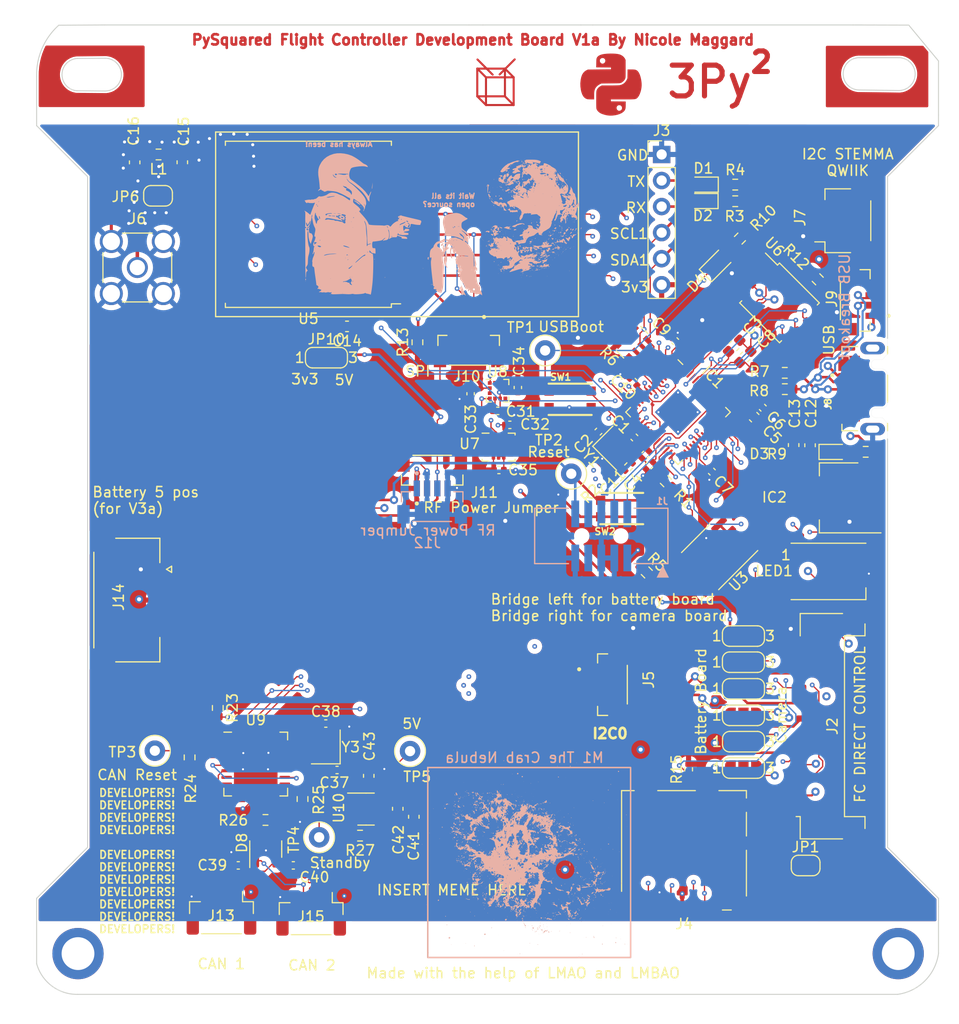
<source format=kicad_pcb>
(kicad_pcb (version 20221018) (generator pcbnew)
  (layers (0 "F.Cu" signal) (1 "In1.Cu" signal) (2 "In2.Cu" signal) (31 "B.Cu" signal) (34 "B.Paste" user) (35 "F.Paste" user) (36 "B.SilkS" user "B.Silkscreen") (37 "F.SilkS" user "F.Silkscreen") (38 "B.Mask" user) (39 "F.Mask" user) (44 "Edge.Cuts" user))
  (net 0 "")
  (net 1 "Net-(IC1-XIN)")
  (net 2 "Net-(C2-Pad2)")
  (net 3 "1.2V")
  (net 4 "GND")
  (net 5 "3.3V")
  (net 6 "VBUS")
  (net 7 "3v3 Spec")
  (net 8 "VCC_RF1")
  (net 9 "RF1_ANT")
  (net 10 "Net-(J6-In)")
  (net 11 "D3")
  (net 12 "ENABLE_BURN {slash} PC")
  (net 13 "I2C_RESET {slash} VS")
  (net 14 "ENAB_RF {slash} D2")
  (net 15 "VBUS_RESET {slash} D4")
  (net 16 "BURN_RELAY_A {slash} D5")
  (net 17 "D7")
  (net 18 "D6")
  (net 19 "D8")
  (net 20 "SPI0_CS1")
  (net 21 "D9")
  (net 22 "Net-(U8-C1)")
  (net 23 "Net-(D1-K)")
  (net 24 "TX")
  (net 25 "Net-(D2-K)")
  (net 26 "RX")
  (net 27 "Net-(D3-A)")
  (net 28 "Neo_pwr")
  (net 29 "Net-(D4-A)")
  (net 30 "SPI0_CS2")
  (net 31 "RF_VCC")
  (net 32 "SDA1")
  (net 33 "SCL1")
  (net 34 "SDA0")
  (net 35 "SCL0")
  (net 36 "D0")
  (net 37 "Net-(J2-Pin_1)")
  (net 38 "Net-(J2-Pin_6)")
  (net 39 "Net-(J2-Pin_7)")
  (net 40 "Net-(J2-Pin_8)")
  (net 41 "Net-(J2-Pin_10)")
  (net 42 "Net-(J2-Pin_11)")
  (net 43 "HS")
  (net 44 "FC_RESET")
  (net 46 "Net-(IC1-XOUT)")
  (net 47 "SWCLK")
  (net 48 "SWDIO")
  (net 49 "SPI0_MISO")
  (net 50 "SPI0_CS0")
  (net 51 "SPI0_SCK")
  (net 52 "SPI0_MOSI")
  (net 53 "RF1_RST")
  (net 54 "WDT_WDI")
  (net 55 "RF1_IO4")
  (net 56 "RF1_IO0")
  (net 57 "NEOPIX")
  (net 58 "Net-(U9-OSC2)")
  (net 59 "/D-")
  (net 60 "/D+")
  (net 61 "/QSPI_DATA[3]")
  (net 62 "/QSPI_SCK")
  (net 63 "/QSPI_DATA[0]")
  (net 64 "/QSPI_DATA[2]")
  (net 65 "/QSPI_DATA[1]")
  (net 66 "/QSPI_CS")
  (net 72 "Net-(U3-~{RESET})")
  (net 73 "Net-(U3-~{MR})")
  (net 93 "USB_D-")
  (net 94 "USB_D+")
  (net 96 "Net-(U9-OSC1)")
  (net 98 "CANL")
  (net 99 "CANH")
  (net 100 "Net-(U10-C-)")
  (net 101 "Net-(U10-C+)")
  (net 102 "+5V")
  (net 103 "Net-(U9-RESET)")
  (net 104 "Net-(U9-STBY)")
  (net 105 "Net-(U10-*SHDN)")
  (net 106 "TXCAN")
  (net 107 "RXCAN")
  (footprint "Jumper:SolderJumper-3_P1.3mm_Open_RoundedPad1.0x1.5mm_NumberLabels" (layer "F.Cu") (at 212.31 107.14)
    (fp_text reference "JP7" hide)
    (fp_text value "Jumper_3_Open")
  )
  (footprint "Capacitor_SMD:C_0402_1005Metric" (layer "F.Cu") (at 202.74 89.45 -135)
    (fp_text reference "C11")
    (fp_text value "100nf")
  )
  (footprint "Capacitor_SMD:C_0603_1608Metric" (layer "F.Cu") (at 217.21 88.52 90)
    (fp_text reference "C13")
    (fp_text value "22uF")
  )
  (footprint "Resistor_SMD:R_0603_1608Metric" (layer "F.Cu") (at 216.345 81.48)
    (fp_text reference "R7")
    (fp_text value "22")
  )
  (footprint "Resistor_SMD:R_0402_1005Metric" (layer "F.Cu") (at 206.96 120.14 90)
    (fp_text reference "R15")
    (fp_text value "10k")
  )
  (footprint "Connector_Coaxial:SMA_Amphenol_901-144_Vertical" (layer "F.Cu") (at 153.17 71.21)
    (fp_text reference "J6")
    (fp_text value "Conn_Coaxial" hide)
  )
  (footprint "TestPoint:TestPoint_Loop_D1.80mm_Drill1.0mm_Beaded" (layer "F.Cu") (at 154.88 118.32)
    (fp_text reference "TP3")
    (fp_text value "RESET")
  )
  (footprint "TestPoint:TestPoint_Loop_D1.80mm_Drill1.0mm_Beaded" (layer "F.Cu") (at 179.78 118.36)
    (fp_text reference "TP5")
    (fp_text value "5V")
  )
  (footprint "Capacitor_SMD:C_0603_1608Metric" (layer "F.Cu") (at 152.91 60.96 -90)
    (fp_text reference "C16")
    (fp_text value "DNI")
  )
  (footprint "Connector_JST:JST_SH_BM04B-SRSS-TB_1x04-1MP_P1.00mm_Vertical" (layer "F.Cu") (at 170.13 134.245 180)
    (fp_text reference "J15")
    (fp_text value "Breakout")
  )
  (footprint "Package_TO_SOT_SMD:SOT-223" (layer "F.Cu") (at 221.63 93.67 180)
    (fp_text reference "IC2")
    (fp_text value "AZ1117CH-3.3TRG1")
  )
  (footprint "FC_DEV_BOARD:JST_BM04B-SRSS-TB(LF)(SN)" (layer "F.Cu") (at 222.47 74.42 90)
    (fp_text reference "J9")
    (fp_text value "BM04B-SRSS-TB(LF)(SN)")
  )
  (footprint "Resistor_SMD:R_0603_1608Metric" (layer "F.Cu") (at 161.02 114.15 -90)
    (fp_text reference "R23")
    (fp_text value "10k")
  )
  (footprint "Capacitor_SMD:C_0402_1005Metric" (layer "F.Cu") (at 203.12 90.51 45)
    (fp_text reference "C4")
    (fp_text value "100nf")
  )
  (footprint "LED_SMD:LED_0603_1608Metric" (layer "F.Cu") (at 208.37 63.13 180)
    (fp_text reference "D1")
    (fp_text value "LED")
  )
  (footprint "Resistor_SMD:R_Array_Convex_4x0603" (layer "F.Cu") (at 201.457868 78.494924 135)
    (fp_text reference "R6")
    (fp_text value "10k")
  )
  (footprint "Capacitor_SMD:C_0603_1608Metric" (layer "F.Cu") (at 218.81 88.54 90)
    (fp_text reference "C12")
    (fp_text value "10uF")
  )
  (footprint "LED_SMD:LED_0603_1608Metric" (layer "F.Cu") (at 221.17 89.19)
    (fp_text reference "D3")
    (fp_text value "LED")
  )
  (footprint "FC_DEV_BOARD:BTN_KMR2_4.6X2.8" (layer "F.Cu") (at 200.43 94.71)
    (fp_text reference "SW2")
    (fp_text value "KMR2")
  )
  (footprint "Capacitor_SMD:C_0402_1005Metric" (layer "F.Cu") (at 189.52 86.55)
    (fp_text reference "C32")
    (fp_text value "100nf")
  )
  (footprint "LOGO" (layer "F.Cu") (at 199.374384 53.975466)
    (fp_text reference "G***" hide)
    (fp_text value "LOGO" hide)
  )
  (footprint "Capacitor_SMD:C_0402_1005Metric" (layer "F.Cu") (at 190.3 82.91 -90)
    (fp_text reference "C34")
    (fp_text value "100nf")
  )
  (footprint "Resistor_SMD:R_0603_1608Metric" (layer "F.Cu") (at 155.24 60.19 180)
    (fp_text reference "L1")
    (fp_text value "DNI")
  )
  (footprint "Capacitor_SMD:C_0603_1608Metric" (layer "F.Cu") (at 211.401992 78.848008 45)
    (fp_text reference "C3")
    (fp_text value "1uF")
  )
  (footprint "FC_DEV_BOARD:JST_BM04B-SRSS-TB(LF)(SN)" (layer "F.Cu") (at 185.5 80.03 180)
    (fp_text reference "J10")
    (fp_text value "BM04B-SRSS-TB(LF)(SN)")
  )
  (footprint "Resistor_SMD:R_0402_1005Metric" (layer "F.Cu") (at 201.1 90.63 -135)
    (fp_text reference "R2")
    (fp_text value "1k")
  )
  (footprint "Jumper:SolderJumper-3_P1.3mm_Open_RoundedPad1.0x1.5mm_NumberLabels" (layer "F.Cu") (at 212.31 114.87)
    (fp_text reference "JP9" hide)
    (fp_text value "Jumper_3_Open")
  )
  (footprint "Crystal:Crystal_SMD_2520-4Pin_2.5x2.0mm" (layer "F.Cu") (at 199.756307 88.816256 -45)
    (fp_text reference "Y1")
    (fp_text value "12MHZ")
  )
  (footprint "LOGO" (layer "F.Cu") (at 199.374384 53.975466)
    (fp_text reference "G***" hide)
    (fp_text value "LOGO" hide)
  )
  (footprint "Capacitor_SMD:C_0603_1608Metric" (layer "F.Cu") (at 212.48 79.92 45)
    (fp_text reference "C8")
    (fp_text value "1uF")
  )
  (footprint "Capacitor_SMD:C_0402_1005Metric" (layer "F.Cu") (at 201.57 82.35 135)
    (fp_text reference "C10")
    (fp_text value "100nf")
  )
  (footprint "Capacitor_SMD:C_0402_1005Metric" (layer "F.Cu") (at 163.02 129.5 180)
    (fp_text reference "C39")
    (fp_text value "47pf")
  )
  (footprint "TestPoint:TestPoint_Loop_D1.80mm_Drill1.0mm_Beaded" (layer "F.Cu") (at 170.91 126.76)
    (fp_text reference "TP4")
    (fp_text value "Standby")
  )
  (footprint "FC_DEV_BOARD:MOLEX_5040500591" (layer "F.Cu") (at 152.146 103.632 90)
    (fp_text reference "J14")
    (fp_text value "Battery")
  )
  (footprint "Jumper:SolderJumper-2_P1.3mm_Open_RoundedPad1.0x1.5mm" (layer "F.Cu") (at 218.38 129.51)
    (fp_text reference "JP1")
    (fp_text value "SolderJumper_2_Open")
  )
  (footprint "Crystal:Crystal_SMD_2520-4Pin_2.5x2.0mm" (layer "F.Cu") (at 171.56 117.95 90)
    (fp_text reference "Y3")
    (fp_text value "16MHZ 12 pf")
  )
  (footprint "Package_TO_SOT_SMD:SOT-23-6" (layer "F.Cu") (at 175.4875 124.01)
    (fp_text reference "U10")
    (fp_text value "AP3602AKTR-G1")
  )
  (footprint "" (layer "F.Cu") (at 227.4144 138.1)
    (fp_text reference "")
    (fp_text value "")
  )
  (footprint "" (layer "F.Cu") (at 147.381083 138.1)
    (fp_text reference "")
    (fp_text value "")
  )
  (footprint "Capacitor_SMD:C_0603_1608Metric" (layer "F.Cu") (at 157.56 60.95 -90)
    (fp_text reference "C15")
    (fp_text value "DNI")
  )
  (footprint "Package_TO_SOT_SMD:SOT-23-3" (layer "F.Cu") (at 165.7 127.91 90)
    (fp_text reference "D8")
    (fp_text value "PESD1CAN")
  )
  (footprint "Resistor_SMD:R_0603_1608Metric" (layer "F.Cu") (at 219.56 72.36 135)
    (fp_text reference "R12")
    (fp_text value "10k")
  )
  (footprint "FC_DEV_BOARD:RFM98PW" (layer "F.Cu") (at 178.51 67.501499 180)
    (fp_text reference "U4" hide)
    (fp_text value "RFM98PW" hide)
  )
  (footprint "FC_DEV_BOARD:JST_BM04B-SRSS-TB(LF)(SN)" (layer "F.Cu") (at 200.28 111.88 -90)
    (fp_text reference "J5")
    (fp_text value "BM04B-SRSS-TB(LF)(SN)")
  )
  (footprint "Resistor_SMD:R_0603_1608Metric" (layer "F.Cu") (at 211.51 63.13)
    (fp_text reference "R4")
    (fp_text value "1k")
  )
  (footprint "TestPoint:TestPoint_Loop_D1.80mm_Drill1.0mm_Beaded" (layer "F.Cu") (at 195.51 91.32)
    (fp_text reference "TP2")
    (fp_text value "RESET")
  )
  (footprint "Package_LGA:LGA-14_3x2.5mm_P0.5mm_LayoutBorder3x4y" (layer "F.Cu") (at 188.42 88.72)
    (fp_text reference "U7")
    (fp_text value "LSM6DSOTR")
  )
  (footprint "Capacitor_SMD:C_0402_1005Metric" (layer "F.Cu") (at 198.16 87.21 -135)
    (fp_text reference "C2")
    (fp_text value "22pF")
  )
  (footprint "Jumper:SolderJumper-2_P1.3mm_Open_RoundedPad1.0x1.5mm" (layer "F.Cu") (at 155.19 64.22)
    (fp_text reference "JP6")
    (fp_text value "SolderJumper_2_Open")
  )
  (footprint "Capacitor_SMD:C_0603_1608Metric" (layer "F.Cu") (at 213.36 85.8 -45)
    (fp_text reference "C6")
    (fp_text value "1uF")
  )
  (footprint "Jumper:SolderJumper-3_P1.3mm_Open_RoundedPad1.0x1.5mm_NumberLabels" (layer "F.Cu") (at 212.31 109.69)
    (fp_text reference "JP5" hide)
    (fp_text value "Jumper_3_Open")
  )
  (footprint "Capacitor_SMD:C_0402_1005Metric" (layer "F.Cu") (at 205.65 78.39 135)
    (fp_text reference "C9")
    (fp_text value "100nf")
  )
  (footprint "FC_DEV_BOARD:JST_BM04B-SRSS-TB(LF)(SN)" (layer "F.Cu") (at 181.94 90.22)
    (fp_text reference "J11")
    (fp_text value "BM04B-SRSS-TB(LF)(SN)")
  )
  (footprint "Resistor_SMD:R_0603_1608Metric" (layer "F.Cu") (at 165.675 125.07)
    (fp_text reference "R26")
    (fp_text value "120")
  )
  (footprint "Capacitor_SMD:C_0603_1608Metric" (layer "F.Cu") (at 178.58 123.98 90)
    (fp_text reference "C42")
    (fp_text value "1uf")
  )
  (footprint "Jumper:SolderJumper-3_P1.3mm_Open_RoundedPad1.0x1.5mm_NumberLabels" (layer "F.Cu") (at 171.62 80)
    (fp_text reference "JP10")
    (fp_text value "Jumper_3_Open")
  )
  (footprint "Capacitor_SMD:C_0402_1005Metric" (layer "F.Cu") (at 172.66 120.2)
    (fp_text reference "C37")
    (fp_text value "22pf")
  )
  (footprint "Package_SO:SOIC-8_5.275x5.275mm_P1.27mm" (layer "F.Cu") (at 215.83 74.66 -45)
    (fp_text reference "U6")
    (fp_text value "W25Q128JV")
  )
  (footprint "LED_SMD:LED_0603_1608Metric" (layer "F.Cu") (at 208.35 64.73 180)
    (fp_text reference "D2")
    (fp_text value "LED")
  )
  (footprint "Capacitor_SMD:C_0402_1005Metric" (layer "F.Cu") (at 209.23 91.11 -45)
    (fp_text reference "C7")
    (fp_text value "100nf")
  )
  (footprint "Resistor_SMD:R_0603_1608Metric" (layer "F.Cu") (at 174.9 126.6 180)
    (fp_text reference "R27")
    (fp_text value "10k")
  )
  (footprint "Resistor_SMD:R_0603_1608Metric" (layer "F.Cu") (at 216.35 83.07)
    (fp_text reference "R8")
    (fp_text value "22")
  )
  (footprint "LED_SMD:LED_WS2812B_PLCC4_5.0x5.0mm_P3.2mm" (layer "F.Cu") (at 220.61 100.84)
    (fp_text reference "LED1")
    (fp_text value "WS2812B_SK6812_1515")
  )
  (footprint "Capacitor_SMD:C_0402_1005Metric" (layer "F.Cu") (at 201.67 87.78 -45)
    (fp_text reference "C1")
    (fp_text value "22pF")
  )
  (footprint "Capacitor_SMD:C_0603_1608Metric" (layer "F.Cu") (at 180.15 124.76 90)
    (fp_text reference "C41")
    (fp_text value "10uf")
  )
  (footprint "Diode_SMD:D_SOD-323F" (layer "F.Cu") (at 209.7425 70.86 45)
    (fp_text reference "D4")
    (fp_text value "NSR0320")
  )
  (footprint "Resistor_SMD:R_0603_1608Metric" (layer "F.Cu") (at 211.51 64.75)
    (fp_text reference "R3")
    (fp_text value "1k")
  )
  (footprint "Connector_Card:microSD_HC_Molex_104031-0811" (layer "F.Cu") (at 206.53 128.03 180)
    (fp_text reference "J4")
    (fp_text value "104031-0811")
  )
  (footprint "Resistor_SMD:R_0603_1608Metric" (layer "F.Cu") (at 204.74 92.05 135)
    (fp_text reference "R1")
    (fp_text value "10k")
  )
  (footprint "Connector_JST:JST_SH_SM04B-SRSS-TB_1x04-1MP_P1.00mm_Horizontal" (layer "F.Cu") (at 222.05 66.65 90)
    (fp_text reference "J7")
    (fp_text value "Breakout")
  )
  (footprint "Resistor_SMD:R_0603_1608Metric" (layer "F.Cu") (at 169.29 123.03 90)
    (fp_text reference "R25")
    (fp_text value "10k")
  )
  (footprint "Capacitor_SMD:C_0402_1005Metric" (layer "F.Cu") (at 168.39 129.5 180)
    (fp_text reference "C40")
    (fp_text value "47pf")
  )
  (footprint "Capacitor_SMD:C_0603_1608Metric" (layer "F.Cu") (at 175.75 120.77 -90)
    (fp_text reference "C43")
    (fp_text value "10uf")
  )
  (footprint "Package_DFN_QFN:QFN-56-1EP_7x7mm_P0.4mm_EP3.2x3.2mm_ThermalVias" (layer "F.Cu") (at 205.93 85.31 -45)
    (fp_text reference "IC1")
    (fp_text value "RP2040_QFN56")
  )
  (footprint "Capacitor_SMD:C_0402_1005Metric" (layer "F.Cu") (at 188.34 85.19)
    (fp_text reference "C31")
    (fp_text value "220nf")
  )
  (footprint "RF_Module:HOPERF_RFM9XW_SMD" (layer "F.Cu") (at 169.86 67 180)
    (fp_text reference "U5")
    (fp_text value "RFM9xBreakout")
  )
  (footprint "Jumper:SolderJumper-3_P1.3mm_Open_RoundedPad1.0x1.5mm_NumberLabels" (layer "F.Cu") (at 212.31 120.01)
    (fp_text reference "JP3" hide)
    (fp_text value "Jumper_3_Open")
  )
  (footprint "Capacitor_SMD:C_0402_1005Metric" (layer "F.Cu") (at 214.199411 84.879411 135)
    (fp_text reference "C5")
    (fp_text value "100nf")
  )
  (footprint "Connector_JST:JST_SH_BM04B-SRSS-TB_1x04-1MP_P1.00mm_Vertical" (layer "F.Cu") (at 161.38 134.15 180)
    (fp_text reference "J13")
    (fp_text value "Breakout")
  )
  (footprint "Resistor_SMD:R_0603_1608Metric" (layer "F.Cu") (at 158.27 118.97 90)
    (fp_text reference "R24")
    (fp_text value "10k")
  )
  (footprint "Package_LGA:LGA-12_2x2mm_P0.5mm" (layer "F.Cu") (at 188.32 83.22)
    (fp_text reference "U8")
    (fp_text value "LSM303AGRTR")
  )
  (footprint "FC_DEV_BOARD:BTN_KMR2_4.6X2.8" (layer "F.Cu") (at 195.4 84.06)
    (fp_text reference "SW1")
    (fp_text value "KMR2")
  )
  (footprint "Capacitor_SMD:C_0603_1608Metric" (layer "F.Cu") (at 173.63 76.95 180)
    (fp_text reference "C14")
    (fp_text value "10uF")
  )
  (footprint "Capacitor_SMD:C_0402_1005Metric" (layer "F.Cu") (at 171.56 115.67)
    (fp_text reference "C38")
    (fp_text value "22pf")
  )
  (footprint "Package_DFN_QFN:QFN-28-1EP_6x6mm_P0.65mm_EP4.25x4.25mm" (layer "F.Cu") (at 164.7225 119.62)
    (fp_text reference "U9")
    (fp_text value "MCP25625-E/ML")
  )
  (footprint "Connector_Molex:Molex_Pico-Lock_504050-1291_1x12-1MP_P1.50mm_Horizontal" (layer "F.Cu") (at 220.745 115.93 90)
    (fp_text reference "J2")
    (fp_text value "FC to EPS Connector" hide)
  )
  (footprint "Capacitor_SMD:C_0402_1005Metric" (layer "F.Cu") (at 185.69 83.52 -90)
    (fp_text reference "C33")
    (fp_text value "100nf")
  )
  (footprint "TestPoint:TestPoint_Loop_D1.80mm_Drill1.0mm_Beaded" (layer "F.Cu") (at 192.96 79.3)
    (fp_text reference "TP1")
    (fp_text value "USBBOOT")
  )
  (footprint "Resistor_SMD:R_0603_1608Metric" (layer "F.Cu") (at 202.88 100.94 -45)
    (fp_text reference "R5")
    (fp_text value "10k")
  )
  (footprint "Jumper:SolderJumper-3_P1.3mm_Open_RoundedPad1.0x1.5mm_NumberLabels" (layer "F.Cu") (at 212.31 112.29)
    (fp_text reference "JP8" hide)
    (fp_text value "Jumper_3_Open")
  )
  (footprint "Jumper:SolderJumper-3_P1.3mm_Open_RoundedPad1.0x1.5mm_NumberLabels" (layer "F.Cu") (at 212.32 117.44)
    (fp_text reference "JP4" hide)
    (fp_text value "Jumper_3_Open")
  )
  (footprint "Package_SO:SO-8_3.9x4.9mm_P1.27mm" (layer "F.Cu") (at 209.46 99.43 -135)
    (fp_text reference "U3")
    (fp_text value "MAX706RESA")
  )
  (footprint "Resistor_SMD:R_0603_1608Metric" (layer "F.Cu") (at 211.97 68.39 -135)
    (fp_text reference "R10")
    (fp_text value "1k")
  )
  (footprint "FC_DEV_BOARD:MOLEX_105164-0001" (layer "F.Cu") (at 226.37 83.02 90)
    (fp_text reference "J8")
    (fp_text value "USB_B_Micro")
    (fp_line (start -4.9 0) (end -3.4 0) (stroke (width 0.01)) (layer "Edge.Cuts"))
    (fp_line (start -3.4 0) (end -2.825 -0.5) (stroke (width 0.01)) (layer "Edge.Cuts"))
    (fp_line (start -2.825 -1.15) (end -2.825 -0.5) (stroke (width 0.01)) (layer "Edge.Cuts"))
    (fp_line (start -1.925 -1.15) (end -1.925 -0.5) (stroke (width 0.01)) (layer "Edge.Cuts"))
    (fp_line (start 0.00053 0.004943) (end -1.29947 0.004943) (stroke (width 0.01)) (layer "Edge.Cuts"))
    (fp_line (start 0.00053 0.004943) (end 1.3 0) (stroke (width 0.01)) (layer "Edge.Cuts"))
    (fp_line (start 1.925 -1.15) (end 1.925 -0.5) (stroke (width 0.01)) (layer "Edge.Cuts"))
    (fp_line (start 2.825 -1.15) (end 2.825 -0.5) (stroke (width 0.01)) (layer "Edge.Cuts"))
    (fp_line (start 3.4 0) (end 2.825 -0.5) (stroke (width 0.01)) (layer "Edge.Cuts"))
    (fp_line (start 4.9 0) (end 3.4 0) (stroke (width 0.01)) (layer "Edge.Cuts"))
    (fp_arc (start -2.825 -1.15) (mid -2.375 -1.6) (end -1.925 -1.15) (stroke (width 0.01)) (layer "Edge.Cuts"))
    (fp_arc (start -1.29947 0.004943) (mid -1.716881 -0.117891) (end -1.924999 -0.5) (stroke (width 0.01)) (layer "Edge.Cuts"))
    (fp_arc (start 1.925 -1.15) (mid 2.375 -1.6) (end 2.825 -1.15) (stroke (width 0.01)) (layer "Edge.Cuts"))
    (fp_arc (start 1.925529 -0.504943) (mid 1.717412 -0.122833) (end 1.3 0) (stroke (width 0.01)) (layer "Edge.Cuts"))
  )
  (footprint "Resistor_SMD:R_0603_1608Metric" (layer "F.Cu") (at 180.5 78.5 90)
    (fp_text reference "R13")
    (fp_text value "10k")
  )
  (footprint "Connector_PinHeader_2.54mm:PinHeader_1x06_P2.54mm_Vertical" (layer "F.Cu") (at 204.33 60.19)
    (fp_text reference "J3")
    (fp_text value "Life Makes Lemonade")
  )
  (footprint "Capacitor_SMD:C_0402_1005Metric" (layer "F.Cu") (at 188.45 90.95)
    (fp_text reference "C35")
    (fp_text value "100nf")
  )
  (footprint "Resistor_SMD:R_0603_1608Metric" (layer "F.Cu") (at 224.24 89.18 180)
    (fp_text reference "R9")
    (fp_text value "10k")
  )
  (footprint "FC_DEV_BOARD:JTAG_2X05_1.27MM_BOX_NOCREAM" (layer "B.Cu") (at 198.44 97.38 180)
    (fp_text reference "J1")
    (fp_text value "Conn_ARM_JTAG_SWD_10")
  )
  (footprint "LOGO" (layer "B.Cu") (at 183.91 66.54 180)
    (fp_text reference "G***" hide)
    (fp_text value "LOGO" hide)
  )
  (footprint "LOGO" (layer "B.Cu") (at 190.96 128.61 180)
    (fp_text reference "G***" hide)
    (fp_text value "LOGO" hide)
  )
  (footprint "FC_DEV_BOARD:JST_BM04B-SRSS-TB(LF)(SN)" (layer "B.Cu") (at 181.94 95.2725)
    (fp_text reference "J12")
    (fp_text value "BM04B-SRSS-TB(LF)(SN)")
  )
  (gr_line (start 187.19 55.37) (end 186.34 54.52) (stroke (width 0.2)) (layer "F.Cu"))
  (gr_line (start 189.04 51.82) (end 189.89 52.67) (stroke (width 0.2)) (layer "F.Cu"))
  (gr_line (start 187.84 52.41) (end 186.36 50.93) (stroke (width 0.2)) (layer "F.Cu"))
  (gr_line (start 186.34 54.52) (end 189.04 54.52) (stroke (width 0.2)) (layer "F.Cu"))
  (gr_line (start 187.19 52.67) (end 187.19 55.37) (stroke (width 0.2)) (layer "F.Cu"))
  (gr_line (start 189.89 52.67) (end 187.19 52.67) (stroke (width 0.2)) (layer "F.Cu"))
  (gr_line (start 189.04 51.82) (end 186.34 51.82) (stroke (width 0.2)) (layer "F.Cu"))
  (gr_line (start 188.52 52.39) (end 189.99 50.92) (stroke (width 0.2)) (layer "F.Cu"))
  (gr_line (start 189.04 54.52) (end 189.04 51.82) (stroke (width 0.2)) (layer "F.Cu"))
  (gr_line (start 186.34 54.52) (end 186.34 51.82) (stroke (width 0.2)) (layer "F.Cu"))
  (gr_line (start 186.34 51.82) (end 187.19 52.67) (stroke (width 0.2)) (layer "F.Cu"))
  (gr_line (start 187.19 55.37) (end 189.89 55.37) (stroke (width 0.2)) (layer "F.Cu"))
  (gr_line (start 189.04 54.52) (end 189.89 55.37) (stroke (width 0.2)) (layer "F.Cu"))
  (gr_line (start 189.89 55.37) (end 189.89 52.67) (stroke (width 0.2)) (layer "F.Cu"))
  (gr_rect (start 181.51 119.96) (end 201.3 138.48) (stroke (width 0.15)) (fill none) (layer "B.SilkS"))
  (gr_line (start 147.266164 53.978713) (end 150.016362 54.003722) (stroke (width 0.1)) (layer "Edge.Cuts"))
  (gr_line (start 197.601362 47.563722) (end 223.001362 47.563722) (stroke (width 0.1)) (layer "Edge.Cuts"))
  (gr_arc (start 143.3432 52.5744) (mid 143.878092 49.844486) (end 145.50672 47.589245) (stroke (width 0.1)) (layer "Edge.Cuts"))
  (gr_arc (start 150.016362 50.803722) (mid 151.616378 52.403722) (end 150.016362 54.003722) (stroke (width 0.1)) (layer "Edge.Cuts"))
  (gr_arc (start 223.616362 53.903722) (mid 222.041575 52.303731) (end 223.666337 50.754515) (stroke (width 0.1)) (layer "Edge.Cuts"))
  (gr_line (start 143.3432 134) (end 143.3432 132.71) (stroke (width 0.1)) (layer "Edge.Cuts"))
  (gr_line (start 143.3432 139.0744) (end 143.3432 134) (stroke (width 0.1)) (layer "Edge.Cuts"))
  (gr_line (start 147.316139 50.829506) (end 150.016362 50.803722) (stroke (width 0.1)) (layer "Edge.Cuts"))
  (gr_line (start 143.3432 57.38) (end 143.3432 52.5744) (stroke (width 0.1)) (layer "Edge.Cuts"))
  (gr_line (start 145.50672 47.589245) (end 149.976362 47.563722) (stroke (width 0.1)) (layer "Edge.Cuts"))
  (gr_line (start 231.3432 133.532) (end 231.3432 132.71) (stroke (width 0.1)) (layer "Edge.Cuts"))
  (gr_line (start 227.3432 142.0744) (end 147.3432 142.0744) (stroke (width 0.1)) (layer "Edge.Cuts"))
  (gr_line (start 223.001362 47.563722) (end 228.441362 47.578722) (stroke (width 0.1)) (layer "Edge.Cuts"))
  (gr_arc (start 227.466362 50.753722) (mid 229.066378 52.353722) (end 227.466362 53.953722) (stroke (width 0.1)) (layer "Edge.Cuts"))
  (gr_arc (start 147.266164 53.978713) (mid 145.821876 52.380794) (end 147.316139 50.829506) (stroke (width 0.1)) (layer "Edge.Cuts"))
  (gr_line (start 231.3432 132.71) (end 226.37 127.7368) (stroke (width 0.1)) (layer "Edge.Cuts"))
  (gr_arc (start 147.3432 142.0744) (mid 144.830806 141.257591) (end 143.3432 139.0744) (stroke (width 0.1)) (layer "Edge.Cuts"))
  (gr_line (start 197.601362 47.563722) (end 196.4436 47.563722) (stroke (width 0.1)) (layer "Edge.Cuts"))
  (gr_line (start 143.3432 132.71) (end 148.32 127.7332) (stroke (width 0.1)) (layer "Edge.Cuts"))
  (gr_line (start 185.536362 47.563722) (end 149.976362 47.563722) (stroke (width 0.1)) (layer "Edge.Cuts"))
  (gr_line (start 185.536362 47.563722) (end 186.8932 47.563722) (stroke (width 0.1)) (layer "Edge.Cuts"))
  (gr_line (start 186.8932 47.563722) (end 196.4436 47.563722) (stroke (width 0.1)) (layer "Edge.Cuts"))
  (gr_line (start 223.616362 53.903722) (end 227.466362 53.953722) (stroke (width 0.1)) (layer "Edge.Cuts"))
  (gr_line (start 143.3432 57.38) (end 148.32 62.3568) (stroke (width 0.1)) (layer "Edge.Cuts"))
  (gr_line (start 226.37 87.92) (end 226.37 127.7368) (stroke (width 0.1)) (layer "Edge.Cuts"))
  (gr_line (start 231.3432 57.38) (end 226.37 62.3532) (stroke (width 0.1)) (layer "Edge.Cuts"))
  (gr_line (start 231.3432 56.345522) (end 231.3432 57.38) (stroke (width 0.1)) (layer "Edge.Cuts"))
  (gr_line (start 226.37 78.12) (end 226.37 62.3532) (stroke (width 0.1)) (layer "Edge.Cuts"))
  (gr_line (start 231.3432 56.345522) (end 231.3432 51.0744) (stroke (width 0.1)) (layer "Edge.Cuts"))
  (gr_line (start 228.441362 47.578722) (end 231.3432 51.0744) (stroke (width 0.1)) (layer "Edge.Cuts"))
  (gr_line (start 231.3432 133.532) (end 231.3432 138.0744) (stroke (width 0.1)) (layer "Edge.Cuts"))
  (gr_line (start 227.466362 50.753722) (end 223.666337 50.754515) (stroke (width 0.1)) (layer "Edge.Cuts"))
  (gr_line (start 148.32 127.7332) (end 148.32 62.3568) (stroke (width 0.1)) (layer "Edge.Cuts"))
  (gr_arc (start 231.3432 138.0744) (mid 230.019606 140.750806) (end 227.3432 142.0744) (stroke (width 0.1)) (layer "Edge.Cuts"))
  (gr_text "2" (at 214.07 51.2) (layer "F.Cu") (effects (font (size 2 2) (thickness 0.5))))
  (gr_text "3Py" (at 209.01 53.12) (layer "F.Cu") (effects (font (size 3 3) (thickness 0.5))))
  (gr_text "PySquared Flight Controller Development Board V1a By Nicole Maggard" (at 185.92 49.6) (layer "F.Cu") (effects (font (size 1 1) (thickness 0.25) bold) (justify bottom)))
  (gr_text "M1 The Crab Nebula" (at 198.77 119.58) (layer "B.SilkS") (effects (font (size 1 1)) (justify left bottom mirror)))
  (gr_text "USB Breakout" (at 222.765 69.76 90) (layer "B.SilkS") (effects (font (size 1 1)) (justify left bottom mirror)))
  (gr_text "RF Power Jumper" (at 188.23 97.42) (layer "B.SilkS") (effects (font (size 1 1)) (justify left bottom mirror)))
  (gr_text "Always has been!" (at 176.18 59.48) (layer "B.SilkS") (effects (font (size 0.5 0.5) (thickness 0.125)) (justify left bottom mirror)))
  (gr_text "Wait its all\nopen source?" (at 186.18 65.34) (layer "B.SilkS") (effects (font (size 0.5 0.5) (thickness 0.125)) (justify left bottom mirror)))
  (gr_text "3v3" (at 168.09 82.68) (layer "F.SilkS") (effects (font (size 1 1)) (justify left bottom)))
  (gr_text "DEVELOPERS!\nDEVELOPERS!\nDEVELOPERS!\nDEVELOPERS!\n\nDEVELOPERS!\nDEVELOPERS!\nDEVELOPERS!\nDEVELOPERS!\nDEVELOPERS!\nDEVELOPERS!\nDEVELOPERS!" (at 149.352 136.144) (layer "F.SilkS") (effects (font (size 0.75 0.75)) (justify left bottom)))
  (gr_text "CAN 2" (at 167.8 139.82) (layer "F.SilkS") (effects (font (size 1 1)) (justify left bottom)))
  (gr_text "SDA1" (at 199.19 71.08) (layer "F.SilkS") (effects (font (size 1 1)) (justify left bottom)))
  (gr_text "SCL1" (at 199.18 68.5) (layer "F.SilkS") (effects (font (size 1 1)) (justify left bottom)))
  (gr_text "I2C0" (at 197.44 117.23) (layer "F.SilkS") (effects (font (size 1 1) (thickness 0.25) bold) (justify left bottom)))
  (gr_text "I2C STEMMA\nQWIIK" (at 222.49 62.35) (layer "F.SilkS") (effects (font (size 1 1)) (justify bottom)))
  (gr_text "RF Power Jumper" (at 181 95.2) (layer "F.SilkS") (effects (font (size 1 1)) (justify left bottom)))
  (gr_text "GND" (at 199.87 60.85) (layer "F.SilkS") (effects (font (size 1 1)) (justify left bottom)))
  (gr_text "3v3" (at 200.27 73.71) (layer "F.SilkS") (effects (font (size 1 1)) (justify left bottom)))
  (gr_text "Made with the help of LMAO and LMBAO" (at 175.44 140.58) (layer "F.SilkS") (effects (font (size 1 1)) (justify left bottom)))
  (gr_text "FC DIRECT CONTROL" (at 224.27 123.48 90) (layer "F.SilkS") (effects (font (size 1 1)) (justify left bottom)))
  (gr_text "Bridge left for battery board\nBridge right for camera board" (at 187.56 105.75) (layer "F.SilkS") (effects (font (size 1 1)) (justify left bottom)))
  (gr_text "RX" (at 200.74 65.97) (layer "F.SilkS") (effects (font (size 1 1)) (justify left bottom)))
  (gr_text "5V" (at 172.34 82.76) (layer "F.SilkS") (effects (font (size 1 1)) (justify left bottom)))
  (gr_text "Reset" (at 191.15 89.79) (layer "F.SilkS") (effects (font (size 1 1)) (justify left bottom)))
  (gr_text "Standby" (at 169.9 129.82) (layer "F.SilkS") (effects (font (size 1 1)) (justify left bottom)))
  (gr_text "INSERT MEME HERE" (at 176.45 132.49) (layer "F.SilkS") (effects (font (size 1 1)) (justify left bottom)))
  (gr_text "USB" (at 221.25 79.87 90) (layer "F.SilkS") (effects (font (size 1 1)) (justify left bottom)))
  (gr_text "CAN 1" (at 158.95 139.69) (layer "F.SilkS") (effects (font (size 1 1)) (justify left bottom)))
  (gr_text "Camera" (at 216.58 117.74 90) (layer "F.SilkS") (effects (font (size 1 1)) (justify left bottom)))
  (gr_text "Battery 5 pos \n(for V3a)" (at 148.7 95.3) (layer "F.SilkS") (effects (font (size 1 1)) (justify left bottom)))
  (gr_text "USBBoot" (at 192.21 77.57) (layer "F.SilkS") (effects (font (size 1 1)) (justify left bottom)))
  (gr_text "TX" (at 200.9 63.42) (layer "F.SilkS") (effects (font (size 1 1)) (justify left bottom)))
  (gr_text "CAN Reset" (at 149.17 121.26) (layer "F.SilkS") (effects (font (size 1 1)) (justify left bottom)))
  (gr_text "Battery Board" (at 208.75 118.8 90) (layer "F.SilkS") (effects (font (size 1 1)) (justify left bottom)))
  (gr_text "SPI" (at 179.23 81.91) (layer "F.SilkS") (effects (font (size 1 1)) (justify left bottom)))
  (gr_text "5V" (at 178.94 116.28) (layer "F.SilkS") (effects (font (size 1 1)) (justify left bottom)))
  (segment (start 201.690589 88.119411) (end 200.87 88.94) (width 0.127) (layer "F.Cu") (net 1))
  (segment (start 203.075056 87.316415) (end 202.27206 88.119411) (width 0.127) (layer "F.Cu") (net 1))
  (segment (start 202.27206 88.119411) (end 202.009411 88.119411) (width 0.127) (layer "F.Cu") (net 1))
  (segment (start 202.009411 88.119411) (end 201.690589 88.119411) (width 0.127) (layer "F.Cu") (net 1))
  (segment (start 198.752709 90.990624) (end 198.0365 90.274415) (width 0.127) (layer "F.Cu") (net 2))
  (segment (start 200.739376 90.990624) (end 198.752709 90.990624) (width 0.127) (layer "F.Cu") (net 2))
  (segment (start 198.642614 88.692512) (end 197.820589 87.870487) (width 0.127) (layer "F.Cu") (net 2))
  (segment (start 198.0365 89.298626) (end 198.642614 88.692512) (width 0.127) (layer "F.Cu") (net 2))
  (segment (start 197.820589 87.870487) (end 197.820589 87.549411) (width 0.127) (layer "F.Cu") (net 2))
  (segment (start 198.0365 90.274415) (end 198.0365 89.298626) (width 0.127) (layer "F.Cu") (net 2))
  (segment (start 208.219258 82.737899) (end 207.879242 83.077915) (width 0.127) (layer "F.Cu") (net 3))
  (segment (start 209.633472 84.152113) (end 209.973489 83.812096) (width 0.127) (layer "F.Cu") (net 3))
  (segment (start 208.219258 82.737899) (end 210.853984 80.103173) (width 0.127) (layer "F.Cu") (net 3))
  (segment (start 208.902129 84.492129) (end 209.293456 84.492129) (width 0.127) (layer "F.Cu") (net 3))
  (segment (start 206.043758 87.836242) (end 209.293455 84.586545) (width 0.127) (layer "F.Cu") (net 3))
  (segment (start 209.973489 83.812096) (end 213.132096 83.812096) (width 0.127) (layer "F.Cu") (net 3))
  (segment (start 210.853984 80.103173) (end 210.853984 79.396016) (width 0.127) (layer "F.Cu") (net 3))
  (segment (start 203.769411 89.860589) (end 203.459411 90.170589) (width 0.127) (layer "F.Cu") (net 3))
  (segment (start 203.769411 89.002134) (end 203.769411 89.860589) (width 0.127) (layer "F.Cu") (net 3))
  (segment (start 203.583568 88.816291) (end 203.769411 89.002134) (width 0.127) (layer "F.Cu") (net 3))
  (segment (start 209.293455 84.49213) (end 209.633472 84.152113) (width 0.127) (layer "F.Cu") (net 3))
  (segment (start 205.716242 87.836242) (end 206.043758 87.836242) (width 0.127) (layer "F.Cu") (net 3))
  (segment (start 207.879242 83.469242) (end 208.902129 84.492129) (width 0.127) (layer "F.Cu") (net 3))
  (segment (start 203.923585 88.164944) (end 203.583568 88.504961) (width 0.127) (layer "F.Cu") (net 3))
  (segment (start 204.684416 87.404113) (end 205.284113 87.404113) (width 0.127) (layer "F.Cu") (net 3))
  (segment (start 209.293455 84.586545) (end 209.293455 84.49213) (width 0.127) (layer "F.Cu") (net 3))
  (segment (start 203.583568 88.504961) (end 203.583568 88.816291) (width 0.127) (layer "F.Cu") (net 3))
  (segment (start 213.132096 83.812096) (end 213.86 84.54) (width 0.127) (layer "F.Cu") (net 3))
  (segment (start 209.293456 84.492129) (end 209.633472 84.152113) (width 0.127) (layer "F.Cu") (net 3))
  (segment (start 205.284113 87.404113) (end 205.716242 87.836242) (width 0.127) (layer "F.Cu") (net 3))
  (segment (start 203.923585 88.164944) (end 204.684416 87.404113) (width 0.127) (layer "F.Cu") (net 3))
  (segment (start 207.879242 83.077915) (end 207.879242 83.469242) (width 0.127) (layer "F.Cu") (net 3))
  (segment (start 188.93 89.6425) (end 188.92 89.6325) (width 0.127) (layer "F.Cu") (net 4))
  (segment (start 214.538822 85.218822) (end 214.538822 85.717194) (width 0.127) (layer "F.Cu") (net 4))
  (segment (start 173.14 120.2) (end 175.545 120.2) (width 0.127) (layer "F.Cu") (net 4))
  (segment (start 209.933762 96.262163) (end 209.933761 96.336239) (width 0.25) (layer "F.Cu") (net 4))
  (segment (start 205.419411 78.050589) (end 205.9 77.57) (width 0.127) (layer "F.Cu") (net 4))
  (segment (start 164.55 61.34) (end 164.55 61.95) (width 0.25) (layer "F.Cu") (net 4))
  (segment (start 164.55 61.34) (end 164.55 60.4) (width 0.25) (layer "F.Cu") (net 4))
  (segment (start 223.06 102.49) (end 224.49 101.06) (width 0.127) (layer "F.Cu") (net 4))
  (segment (start 156.76 58.97) (end 156.77 58.98) (width 0.25) (layer "F.Cu") (net 4))
  (segment (start 159.11 58.99) (end 159.86 58.99) (width 0.25) (layer "F.Cu") (net 4))
  (segment (start 163.89 58.23) (end 162.61 58.23) (width 0.25) (layer "F.Cu") (net 4))
  (segment (start 197.755 110.38) (end 198.98 110.38) (width 0.25) (layer "F.Cu") (net 4))
  (segment (start 214.538822 85.218822) (end 214.538822 85.318822) (width 0.127) (layer "F.Cu") (net 4))
  (segment (start 184.315 92.745) (end 184.36 92.7) (width 0.127) (layer "F.Cu") (net 4))
  (segment (start 166.66 116.6425) (end 166.66 117.68) (width 0.127) (layer "F.Cu") (net 4))
  (segment (start 182.7 80.03) (end 182.7 82.12) (width 0.127) (layer "F.Cu") (net 4))
  (segment (start 153.23 62.055) (end 152.91 61.735) (width 0.25) (layer "F.Cu") (net 4))
  (segment (start 152.91 61.735) (end 152.2375 62.4075) (width 0.3) (layer "F.Cu") (net 4))
  (segment (start 165.7 126.7725) (end 165.7 128.02) (width 0.127) (layer "F.Cu") (net 4))
  (segment (start 189.0825 83.47) (end 188.58 83.47) (width 0.127) (layer "F.Cu") (net 4))
  (segment (start 155.27 61.36) (end 155.27 62.34) (width 0.25) (layer "F.Cu") (net 4))
  (segment (start 154.911 100.632) (end 153.516 100.632) (width 0.25) (layer "F.Cu") (net 4))
  (segment (start 175.078999 60) (end 172.4775 62.601499) (width 0.25) (layer "F.Cu") (net 4))
  (segment (start 198.672229 89.848715) (end 201.080355 87.440589) (width 0.127) (layer "F.Cu") (net 4))
  (segment (start 158.545 60.74) (end 157.56 61.725) (width 0.25) (layer "F.Cu") (net 4))
  (segment (start 159.88 132.825) (end 159.585 132.53) (width 0.127) (layer "F.Cu") (net 4))
  (segment (start 202.780589 90.169411) (end 202.400589 89.789411) (width 0.127) (layer "F.Cu") (net 4))
  (segment (start 210.831786 97.160188) (end 209.933762 96.262163) (width 0.25) (layer "F.Cu") (net 4))
  (segment (start 153.516 100.632) (end 153.511 100.637) (width 0.25) (layer "F.Cu") (net 4))
  (segment (start 180.64 90.22) (end 181.44 91.02) (width 0.127) (layer "F.Cu") (net 4))
  (segment (start 159.19 60.74) (end 158.545 60.74) (width 0.25) (layer "F.Cu") (net 4))
  (segment (start 211.18 72.704077) (end 211.937377 73.461454) (width 0.25) (layer "F.Cu") (net 4))
  (segment (start 217.95 107.46) (end 216.93 106.44) (width 0.25) (layer "F.Cu") (net 4))
  (segment (start 213.021992 79.371992) (end 211.95 78.3) (width 0.127) (layer "F.Cu") (net 4))
  (segment (start 223.77 72.92) (end 222.47 71.62) (width 0.25) (layer "F.Cu") (net 4))
  (segment (start 162.58 58.2) (end 161.31 58.2) (width 0.25) (layer "F.Cu") (net 4))
  (segment (start 196.655 113.915) (end 197.42 114.68) (width 0.25) (layer "F.Cu") (net 4))
  (segment (start 218.81 87.765) (end 217.23 87.765) (width 0.25) (layer "F.Cu") (net 4))
  (segment (start 200.700589 82.010589) (end 201.230589 82.010589) (width 0.127) (layer "F.Cu") (net 4))
  (segment (start 164.51 59.32) (end 164.43 59.24) (width 0.25) (layer "F.Cu") (net 4))
  (segment (start 174.435 76.95) (end 177.385 74) (width 0.25) (layer "F.Cu") (net 4))
  (segment (start 169.226001 62) (end 164.6 62) (width 0.25) (layer "F.Cu") (net 4))
  (segment (start 202.48 95.51) (end 198.38 95.51) (width 0.25) (layer "F.Cu") (net 4))
  (segment (start 162.54 129.5) (end 162.54 128.41) (width 0.25) (layer "F.Cu") (net 4))
  (segment (start 188.82 85.19) (end 188.57 84.94) (width 0.127) (layer "F.Cu") (net 4))
  (segment (start 177.385 60) (end 175.078999 60) (width 0.25) (layer "F.Cu") (net 4))
  (segment (start 165.81 118.53) (end 164.71 119.63) (width 0.127) (layer "F.Cu") (net 4))
  (segment (start 188.93 90.95) (end 188.93 89.6425) (width 0.127) (layer "F.Cu") (net 4))
  (segment (start 153.12 63.83) (end 153.12 64.6) (width 0.25) (layer "F.Cu") (net 4))
  (segment (start 215.27 86.05) (end 215.515 86.05) (width 0.127) (layer "F.Cu") (net 4))
  (segment (start 167.6975 119.63) (end 164.71 119.63) (width 0.127) (layer "F.Cu") (net 4))
  (segment (start 224.78 95.97) (end 222.69 95.97) (width 0.25) (layer "F.Cu") (net 4))
  (segment (start 215.515 86.05) (end 217.21 87.745) (width 0.127) (layer "F.Cu") (net 4))
  (segment (start 183.44 91.52) (end 184.74 90.22) (width 0.127) (layer "F.Cu") (net 4))
  (segment (start 159.86 58.99) (end 160.21 58.64) (width 0.25) (layer "F.Cu") (net 4))
  (segment (start 152.2375 62.4075) (end 150.63 64.015) (width 0.3) (layer "F.Cu") (net 4))
  (segment (start 161.31 58.2) (end 161.28 58.23) (width 0.25) (layer "F.Cu") (net 4))
  (segment (start 175.545 120.2) (end 175.75 119.995) (width 0.127) (layer "F.Cu") (net 4))
  (segment (start 209.933761 96.336239) (end 208.679998 97.590002) (width 0.25) (layer "F.Cu") (net 4))
  (segment (start 222.26 84.32) (end 220.77 84.32) (width 0.25) (layer "F.Cu") (net 4))
  (segment (start 188.57 83.9825) (end 188.56 83.9725) (width 0.127) (layer "F.Cu") (net 4))
  (segment (start 166.66 117.68) (end 165.96 118.38) (width 0.127) (layer "F.Cu") (net 4))
  (segment (start 158.02 58.98) (end 156.77 58.98) (width 0.25) (layer "F.Cu") (net 4))
  (segment (start 224.995 72.92) (end 223.77 72.92) (width 0.25) (layer "F.Cu") (net 4))
  (segment (start 224.49 101.06) (end 224.55 101.06) (width 0.127) (layer "F.Cu") (net 4))
  (segment (start 172.4775 62.601499) (end 172.4775 65.251499) (width 0.25) (layer "F.Cu") (net 4))
  (segment (start 195.91 60.001499) (end 204.141499 60.001499) (width 0.127) (layer "F.Cu") (net 4))
  (segment (start 168.3 132.59) (end 167.11 132.59) (width 0.127) (layer "F.Cu") (net 4))
  (segment (start 164.43 58.77) (end 163.89 58.23) (width 0.25) (layer "F.Cu") (net 4))
  (segment (start 205.310589 78.050589) (end 205.419411 78.050589) (width 0.127) (layer "F.Cu") (net 4))
  (segment (start 204.141499 60.001499) (end 204.33 60.19) (width 0.127) (layer "F.Cu") (net 4))
  (segment (start 181.44 91.02) (end 181.44 92.745) (width 0.127) (layer "F.Cu") (net 4))
  (segment (start 196.655 110.455) (end 196.655 113.915) (width 0.25) (layer "F.Cu") (net 4))
  (segment (start 174.35 124.01) (end 173.02 124.01) (width 0.127) (layer "F.Cu") (net 4))
  (segment (start 213.028008 78.201992) (end 213.39 77.84) (width 0.127) (layer "F.Cu") (net 4))
  (segment (start 164.51 60.36) (end 164.51 59.32) (width 0.25) (layer "F.Cu") (net 4))
  (segment (start 153.95 66.91) (end 155.71 68.67) (width 0.25) (layer "F.Cu") (net 4))
  (segment (start 170.53 129.5) (end 168.87 129.5) (width 0.25) (layer "F.Cu") (net 4))
  (segment (start 183.44 92.745) (end 184.315 92.745) (width 0.127) (layer "F.Cu") (net 4))
  (segment (start 160.62 58.23) (end 160.21 58.64) (width 0.25) (layer "F.Cu") (net 4))
  (segment (start 196.41 95.51) (end 194.25 93.35) (width 0.25) (layer "F.Cu") (net 4))
  (segment (start 157.56 66.82) (end 155.71 68.67) (width 0.25) (layer "F.Cu") (net 4))
  (segment (start 152.37 65.68) (end 152.37 65.35) (width 0.25) (layer "F.Cu") (net 4))
  (segment (start 202.400589 89.789411) (end 202.400589 89.799411) (width 0.127) (layer "F.Cu") (net 4))
  (segment (start 162.54 128.41) (end 162.34 128.21) (width 0.25) (layer "F.Cu") (net 4))
  (segment (start 164.6 62) (end 162.335 62) (width 0.25) (layer "F.Cu") (net 4))
  (segment (start 197.42 114.68) (end 200.28 114.68) (width 0.25) (layer "F.Cu") (net 4))
  (segment (start 153.12 64.6) (end 152.86 64.86) (width 0.25) (layer "F.Cu") (net 4))
  (segment (start 177.385 74) (end 177.001368 74) (width 0.25) (layer "F.Cu") (net 4))
  (segment (start 159.585 132.53) (end 158.47 132.53) (width 0.127) (layer "F.Cu") (net 4))
  (segment (start 153.23 63.72) (end 153.12 63.83) (width 0.25) (layer "F.Cu") (net 4))
  (segment (start 177.001368 74) (end 172.4775 69.476132) (width 0.25) (layer "F.Cu") (net 4))
  (segment (start 152.33 66.97) (end 150.63 68.67) (width 0.25) (layer "F.Cu") (net 4))
  (segment (start 180.15 125.535) (end 180.15 126.92) (width 0.127) (layer "F.Cu") (net 4))
  (segment (start 198.5295 89.848715) (end 198.672229 89.848715) (width 0.127) (layer "F.Cu") (net 4))
  (segment (start 214.538822 85.318822) (end 215.27 86.05) (width 0.127) (layer "F.Cu") (net 4))
  (segment (start 202.780589 90.849411) (end 202.780589 90.169411) (width 0.127) (layer "F.Cu") (net 4))
  (segment (start 188.58 83.47) (end 188.49 83.38) (width 0.127) (layer "F.Cu") (net 4))
  (segment (start 183.44 92.745) (end 183.44 91.52) (width 0.127) (layer "F.Cu") (net 4))
  (segment (start 220.3825 89.19) (end 220.235 89.19) (width 0.25) (layer "F.Cu") (net 4))
  (segment (start 174.405 76.95) (end 174.435 76.95) (width 0.25) (layer "F.Cu") (net 4))
  (segment (start 190 86.55) (end 190 85.63) (width 0.127) (layer "F.Cu") (net 4))
  (segment (start 222.69 95.97) (end 222.66 96) (width 0.25) (layer "F.Cu") (net 4))
  (segment (start 222.47 76.61) (end 221.43 75.57) (width 0.25) (layer "F.Cu") (net 4))
  (segment (start 159.1 58.98) (end 159.11 58.99) (width 0.25) (layer "F.Cu") (net 4))
  (segment (start 160.911499 62) (end 160.91 62.001499) (width 0.25) (layer "F.Cu") (net 4))
  (segment (start 152.33 66.91) (end 152.33 65.72) (width 0.25) (layer "F.Cu") (net 4))
  (segment (start 198.499411 86.870589) (end 197.45 85.821178) (width 0.127) (layer "F.Cu") (net 4))
  (segment (start 218.15 68.15) (end 218.14 68.16) (width 0.25) (layer "F.Cu") (net 4))
  (segment (start 220.77 84.32) (end 220.4 84.69) (width 0.25) (layer "F.Cu") (net 4))
  (segment (start 209.395 60.19) (end 204.33 60.19) (width 0.25) (layer "F.Cu") (net 4))
  (segment (start 200.28 109.08) (end 200.28 107.63) (width 0.25) (layer "F.Cu") (net 4))
  (segment (start 172.4775 69.476132) (end 172.4775 65.251499) (width 0.25) (layer "F.Cu") (net 4))
  (segment (start 213.028008 79.371992) (end 213.028008 78.201992) (width 0.127) (layer "F.Cu") (net 4))
  (segment (start 153.23 62.77) (end 153.23 62.055) (width 0.25) (layer "F.Cu") (net 4))
  (segment (start 165.96 118.38) (end 165.96 118.53) (width 0.127) (layer "F.Cu") (net 4))
  (segment (start 217.95 107.68) (end 217.95 107.46) (width 0.25) (layer "F.Cu") (net 4))
  (segment (start 200.28 107.63) (end 201.55 106.36) (width 0.25) (layer "F.Cu") (net 4))
  (segment (start 152.33 66.91) (end 152.33 66.97) (width 0.25) (layer "F.Cu") (net 4))
  (segment (start 173.55 115.67) (end 173.85 115.97) (width 0.127) (layer "F.Cu") (net 4))
  (segment (start 222.47 70.57) (end 220.05 68.15) (width 0.25) (layer "F.Cu") (net 4))
  (segment (start 211.01 120.01) (end 209.53 120.01) (width 0.25) (layer "F.Cu") (net 4))
  (segment (start 198.38 95.51) (end 196.41 95.51) (width 0.25) (layer "F.Cu") (net 4))
  (segment (start 160.91 62.001499) (end 157.836499 62.001499) (width 0.25) (layer "F.Cu") (net 4))
  (segment (start 193.35 84.86) (end 195.32 84.86) (width 0.127) (layer "F.Cu") (net 4))
  (segment (start 198.98 110.38) (end 200.28 109.08) (width 0.25) (layer "F.Cu") (net 4))
  (segment (start 201.080355 87.440589) (end 201.330589 87.440589) (width 0.127) (layer "F.Cu") (net 4))
  (segment (start 188.42 89.6325) (end 188.92 89.6325) (width 0.127) (layer "F.Cu") (net 4))
  (segment (start 162.335 62) (end 160.911499 62) (width 0.25) (layer "F.Cu") (net 4))
  (segment (start 164.55 61.95) (end 164.6 62) (width 0.25) (layer "F.Cu") (net 4))
  (segment (start 157.836499 62.001499) (end 157.56 61.725) (width 0.25) (layer "F.Cu") (net 4))
  (segment (start 173.02 124.01) (end 172.87 124.16) (width 0.127) (layer "F.Cu") (net 4))
  (segment (start 152.33 65.72) (end 152.37 65.68) (width 0.25) (layer "F.Cu") (net 4))
  (segment (start 200.3 81.61) (end 200.700589 82.010589) (width 0.127) (layer "F.Cu") (net 4))
  (segment (start 190.07 90.95) (end 190.08 90.96) (width 0.127) (layer "F.Cu") (net 4))
  (segment (start 172.4775 65.251499) (end 169.226001 62) (width 0.25) (layer "F.Cu") (net 4))
  (segment (start 162.61 58.23) (end 162.58 58.2) (width 0.25) (layer "F.Cu") (net 4))
  (segment (start 188.57 84.94) (end 188.57 83.9825) (width 0.127) (layer "F.Cu") (net 4))
  (segment (start 151.8 61.52) (end 151.8 59.09) (width 0.25) (layer "F.Cu") (net 4))
  (segment (start 179.14 90.22) (end 180.64 90.22) (width 0.127) (layer "F.Cu") (net 4))
  (segment (start 209.53 120.01) (end 209.52 120) (width 0.25) (layer "F.Cu") (net 4))
  (segment (start 161.28 58.23) (end 160.62 58.23) (width 0.25) (layer "F.Cu") (net 4))
  (segment (start 204.135 133.48) (end 204.135 132.145) (width 0.127) (layer "F.Cu") (net 4))
  (segment (start 153.93 66.9) (end 153.94 66.91) (width 0.25) (layer "F.Cu") (net 4))
  (segment (start 213.028008 79.371992) (end 213.021992 79.371992) (width 0.127) (layer "F.Cu") (net 4))
  (segment (start 195.32 84.86) (end 197.45 84.86) (width 0.127) (layer "F.Cu") (net 4))
  (segment (start 190.22 83.47) (end 190.3 83.39) (width 0.127) (layer "F.Cu") (net 4))
  (segment (start 155.99 65.87) (end 153.93 65.87) (width 0.25) (layer "F.Cu") (net 4))
  (segment (start 165.7 128.02) (end 165.72 128.04) (width 0.127) (layer "F.Cu") (net 4))
  (segment (start 222.47 77.22) (end 222.47 76.61) (width 0.25) (layer "F.Cu") (net 4))
  (segment (start 168.63 132.92) (end 168.3 132.59) (width 0.127) (layer "F.Cu") (net 4))
  (segment (start 150.63 64.015) (end 150.63 68.67) (width 0.3) (layer "F.Cu") (net 4))
  (segment (start 165.96 118.53) (end 165.81 118.53) (width 0.127) (layer "F.Cu") (net 4))
  (segment (start 212.335 63.13) (end 212.335 64.75) (width 0.25) (layer "F.Cu") (net 4))
  (segment (start 222.47 71.62) (end 222.47 70.57) (width 0.25) (layer "F.Cu") (net 4))
  (segment (start 188.3 80.03) (end 182.7 80.03) (width 0.127) (layer "F.Cu") (net 4))
  (segment (start 211.18 71.77) (end 211.18 72.704077) (width 0.25) (layer "F.Cu") (net 4))
  (segment (start 170.8 129.77) (end 170.53 129.5) (width 0.25) (layer "F.Cu") (net 4))
  (segment (start 164.43 59.24) (end 164.43 58.77) (width 0.25) (layer "F.Cu") (net 4))
  (segment (start 190 85.63) (end 189.95 85.58) (width 0.127) (layer "F.Cu") (net 4))
  (segment (start 175.855 120.1) (end 177.27 120.1) (width 0.127) (layer "F.Cu") (net 4))
  (segment (start 188.93 90.95) (end 190.07 90.95) (width 0.127) (layer "F.Cu") (net 4))
  (segment (start 169.29 123.855) (end 169.04 124.105) (width 0.127) (layer "F.Cu") (net 4))
  (segment (start 189.0825 83.47) (end 190.22 83.47) (width 0.127) (layer "F.Cu") (net 4))
  (segment (start 209.440588 91.449411) (end 208.982438 91.907561) (width 0.127) (layer "F.Cu") (net 4))
  (segment (start 158.02 58.98) (end 159.1 58.98) (width 0.25) (layer "F.Cu") (net 4))
  (segment (start 197.45 85.821178) (end 197.45 84.86) (width 0.127) (layer "F.Cu") (net 4))
  (segment (start 214.538822 85.717194) (end 213.908008 86.348008) (width 0.127) (layer "F.Cu") (net 4))
  (segment (start 153.93 65.87) (end 153.93 66.9) (width 0.25) (layer "F.Cu") (net 4))
  (segment (start 169.04 124.105) (end 169.04 125.26) (width 0.127) (layer "F.Cu") (net 4))
  (segment (start 153.23 62.77) (end 153.23 63.72) (width 0.25) (layer "F.Cu") (net 4))
  (segment (start 160.451499 62.001499) (end 160.91 62.001499) (width 0.25) (layer "F.Cu") (net 4))
  (segment (start 175.75 119.995) (end 175.855 120.1) (width 0.127) (layer "F.Cu") (net 4))
  (segment (start 153.94 66.91) (end 153.95 66.91) (width 0.25) (layer "F.Cu") (net 4))
  (segment (start 182.7 82.12) (end 184.61 84.03) (width 0.127) (layer "F.Cu") (net 4))
  (segment (start 151.8 61.97) (end 152.2375 62.4075) (width 0.25) (layer "F.Cu") (net 4))
  (segment (start 172.04 115.67) (end 173.55 115.67) (width 0.127) (layer "F.Cu") (net 4))
  (segment (start 157.56 61.725) (end 157.56 66.82) (width 0.25) (layer "F.Cu") (net 4))
  (segment (start 197.755 110.38) (end 196.73 110.38) (width 0.25) (layer "F.Cu") (net 4))
  (segment (start 180.15 126.92) (end 180.07 127) (width 0.127) (layer "F.Cu") (net 4))
  (segment (start 202.780589 91.249411) (end 202.52 91.51) (width 0.127) (layer "F.Cu") (net 4))
  (segment (start 196.73 110.38) (end 196.655 110.455) (width 0.25) (layer "F.Cu") (net 4))
  (segment (start 188.57 83.46) (end 188.49 83.38) (width 0.127) (layer "F.Cu") (net 4))
  (segment (start 190 86.55) (end 190 86.37) (width 0.127) (layer "F.Cu") (net 4))
  (segment (start 209.569411 91.449411) (end 209.440588 91.449411) (width 0.127) (layer "F.Cu") (net 4))
  (segment (start 220.235 89.19) (end 218.81 87.765) (width 0.25) (layer "F.Cu") (net 4))
  (segment (start 151.92 58.97) (end 156.76 58.97) (width 0.25) (layer "F.Cu") (net 4))
  (segment (start 152.37 65.35) (end 152.86 64.86) (width 0.25) (layer "F.Cu") (net 4))
  (segment (start 151.8 59.09) (end 151.92 58.97) (width 0.25) (layer "F.Cu") (net 4))
  (segment (start 159.19 60.74) (end 160.451499 62.001499) (width 0.25) (layer "F.Cu") (net 4))
  (segment (start 212.335 63.13) (end 209.395 60.19) (width 0.25) (layer "F.Cu") (net 4))
  (segment (start 188.57 83.9825) (end 188.57 83.46) (width 0.127) (layer "F.Cu") (net 4))
  (segment (start 204.135 132.145) (end 204.12 132.13) (width 0.127) (layer "F.Cu") (net 4))
  (segment (start 164.55 60.4) (end 164.51 60.36) (width 0.25) (layer "F.Cu") (net 4))
  (segment (start 184.64 84) (end 184.61 84.03) (width 0.127) (layer "F.Cu") (net 4))
  (segment (start 190 86.37) (end 188.82 85.19) (width 0.127) (layer "F.Cu") (net 4))
  (segment (start 220.05 68.15) (end 218.15 68.15) (width 0.25) (layer "F.Cu") (net 4))
  (segment (start 202.780589 90.849411) (end 202.780589 91.249411) (width 0.127) (layer "F.Cu") (net 4))
  (segment (start 155.27 62.34) (end 155.25 62.36) (width 0.25) (layer "F.Cu") (net 4))
  (segment (start 217.23 87.765) (end 217.21 87.745) (width 0.25) (layer "F.Cu") (net 4))
  (segment (start 151.8 61.52) (end 151.8 61.97) (width 0.25) (layer "F.Cu") (net 4))
  (segment (start 185.69 84) (end 184.64 84) (width 0.127) (layer "F.Cu") (net 4))
  (via (at 153.23 62.77) (size 0.6) (drill 0.3) (layers "F.Cu" "B.Cu") (net 4))
  (via (at 165.96 118.53) (size 0.46) (drill 0.2) (layers "F.Cu" "B.Cu") (net 4))
  (via (at 180.23 96.17) (size 0.8) (drill 0.4) (layers "F.Cu" "B.Cu") (net 4))
  (via (at 165.92 120.13) (size 0.46) (drill 0.2) (layers "F.Cu" "B.Cu") (net 4))
  (via (at 215.27 86.05) (size 0.8) (drill 0.4) (layers "F.Cu" "B.Cu") (net 4))
  (via (at 159.11 58.99) (size 0.6) (drill 0.3) (layers "F.Cu" "B.Cu") (net 4))
  (via (at 216.93 106.44) (size 0.8) (drill 0.4) (layers "F.Cu" "B.Cu") (net 4))
  (via (at 152.86 64.86) (size 0.6) (drill 0.3) (layers "F.Cu" "B.Cu") (net 4))
  (via (at 167.11 132.59) (size 0.46) (drill 0.2) (layers "F.Cu" "B.Cu") (net 4))
  (via (at 163.51 118.55) (size 0.46) (drill 0.2) (layers "F.Cu" "B.Cu") (net 4))
  (via (at 153.511 100.637) (size 0.8) (drill 0.4) (layers "F.Cu" "B.Cu") (net 4))
  (via (at 154.87 65.87) (size 0.6) (drill 0.3) (layers "F.Cu" "B.Cu") (net 4))
  (via (at 151.81 60.21) (size 0.6) (drill 0.3) (layers "F.Cu" "B.Cu") (net 4))
  (via (at 164.43 59.24) (size 0.6) (drill 0.3) (layers "F.Cu" "B.Cu") (net 4))
  (via (at 170.8 129.77) (size 0.46) (drill 0.2) (layers "F.Cu" "B.Cu") (net 4))
  (via (at 184.61 84.03) (size 0.46) (drill 0.2) (layers "F.Cu" "B.Cu") (net 4))
  (via (at 173.85 115.97) (size 0.46) (drill 0.2) (layers "F.Cu" "B.Cu") (net 4))
  (via (at 218.14 68.16) (size 0.8) (drill 0.4) (layers "F.Cu" "B.Cu") (net 4))
  (via (at 208.679998 97.590002) (size 0.46) (drill 0.2) (layers "F.Cu" "B.Cu") (net 4))
  (via (at 200.3 81.61) (size 0.46) (drill 0.2) (layers "F.Cu" "B.Cu") (net 4))
  (via (at 208.982438 91.907561) (size 0.46) (drill 0.2) (layers "F.Cu" "B.Cu") (net 4))
  (via (at 155.27 61.36) (size 0.6) (drill 0.3) (layers "F.Cu" "B.Cu") (net 4))
  (via (at 221.43 75.57) (size 0.8) (drill 0.4) (layers "F.Cu" "B.Cu") (net 4))
  (via (at 153.93 65.87) (size 0.6) (drill 0.3) (layers "F.Cu" "B.Cu") (net 4))
  (via (at 155.25 62.36) (size 0.6) (drill 0.3) (layers "F.Cu" "B.Cu") (net 4))
  (via (at 153.12 58.96) (size 0.6) (drill 0.3) (layers "F.Cu" "B.Cu") (net 4))
  (via (at 164.55 61.34) (size 0.6) (drill 0.3) (layers "F.Cu" "B.Cu") (net 4))
  (via (at 180.07 127) (size 0.46) (drill 0.2) (layers "F.Cu" "B.Cu") (net 4))
  (via (at 158.02 58.98) (size 0.6) (drill 0.3) (layers "F.Cu" "B.Cu") (net 4))
  (via (at 172.87 124.16) (size 0.46) (drill 0.2) (layers "F.Cu" "B.Cu") (net 4))
  (via (at 213.39 77.84) (size 0.8) (drill 0.4) (layers "F.Cu" "B.Cu") (net 4))
  (via (at 164.51 60.36) (size 0.6) (drill 0.3) (layers "F.Cu" "B.Cu") (net 4))
  (via (at 177.27 120.1) (size 0.46) (drill 0.2) (layers "F.Cu" "B.Cu") (net 4))
  (via (at 154.38 58.94) (size 0.6) (drill 0.3) (layers "F.Cu" "B.Cu") (net 4))
  (via (at 222.66 96) (size 0.8) (drill 0.4) (layers "F.Cu" "B.Cu") (net 4))
  (via (at 189.95 85.58) (size 0.46) (drill 0.2) (layers "F.Cu" "B.Cu") (net 4))
  (via (at 165.72 128.04) (size 0.46) (drill 0.2) (layers "F.Cu" "B.Cu") (net 4))
  (via (at 153.12 63.83) (size 0.6) (drill 0.3) (layers "F.Cu" "B.Cu") (net 4))
  (via (at 158.47 132.53) (size 0.46) (drill 0.2) (layers "F.Cu" "B.Cu") (net 4))
  (via (at 209.52 120) (size 0.8) (drill 0.4) (layers "F.Cu" "B.Cu") (net 4))
  (via (at 153.94 66.91) (size 0.6) (drill 0.3) (layers "F.Cu" "B.Cu") (net 4))
  (via (at 198.5295 89.848715) (size 0.46) (drill 0.2) (layers "F.Cu" "B.Cu") (net 4))
  (via (at 162.34 128.21) (size 0.46) (drill 0.2) (layers "F.Cu" "B.Cu") (net 4))
  (via (at 155.58 58.99) (size 0.6) (drill 0.3) (layers "F.Cu" "B.Cu") (net 4))
  (via (at 196.16 78.06) (size 0.8) (drill 0.4) (layers "F.Cu" "B.Cu") (net 4))
  (via (at 220.4 84.69) (size 0.8) (drill 0.4) (layers "F.Cu" "B.Cu") (net 4))
  (via (at 205.9 77.57) (size 0.46) (drill 0.2) (layers "F.Cu" "B.Cu") (net 4))
  (via (at 204.12 132.13) (size 0.46) (drill 0.2) (layers "F.Cu" "B.Cu") (net 4))
  (via (at 169.04 125.26) (size 0.46) (drill 0.2) (layers "F.Cu" "B.Cu") (net 4))
  (via (at 162.58 58.2) (size 0.6) (drill 0.3) (layers "F.Cu" "B.Cu") (net 4))
  (via (at 224.55 101.06) (size 0.46) (drill 0.2) (layers "F.Cu" "B.Cu") (net 4))
  (via (at 211.18 71.77) (size 0.8) (drill 0.4) (layers "F.Cu" "B.Cu") (net 4))
  (via (at 151.8 61.52) (size 0.6) (drill 0.3) (layers "F.Cu" "B.Cu") (net 4))
  (via (at 151.92 58.97) (size 0.6) (drill 0.3) (layers "F.Cu" "B.Cu") (net 4))
  (via (at 161.28 58.23) (size 0.6) (drill 0.3) (layers "F.Cu" "B.Cu") (net 4))
  (via (at 195.32 84.86) (size 0.46) (drill 0.2) (layers "F.Cu" "B.Cu") (net 4))
  (via (at 156.77 58.98) (size 0.6) (drill 0.3) (layers "F.Cu" "B.Cu") (net 4))
  (via (at 163.48 120.13) (size 0.46) (drill 0.2) (layers "F.Cu" "B.Cu") (net 4))
  (via (at 163.89 58.23) (size 0.6) (drill 0.3) (layers "F.Cu" "B.Cu") (net 4))
  (via (at 194.25 93.35) (size 0.46) (drill 0.2) (layers "F.Cu" "B.Cu") (net 4))
  (via (at 155.99 65.87) (size 0.6) (drill 0.3) (layers "F.Cu" "B.Cu") (net 4))
  (via (at 201.55 106.36) (size 0.8) (drill 0.4) (layers "F.Cu" "B.Cu") (net 4))
  (via (at 202.52 91.51) (size 0.46) (drill 0.2) (layers "F.Cu" "B.Cu") (net 4))
  (via (at 208.29 76.34) (size 0.8) (drill 0.4) (layers "F.Cu" "B.Cu") (net 4))
  (via (at 159.19 60.74) (size 0.6) (drill 0.3) (layers "F.Cu" "B.Cu") (net 4))
  (via (at 189.07 95.91) (size 0.8) (drill 0.4) (layers "F.Cu" "B.Cu") (net 4))
  (via (at 184.36 92.7) (size 0.46) (drill 0.2) (layers "F.Cu" "B.Cu") (net 4))
  (via (at 160.21 58.64) (size 0.6) (drill 0.3) (layers "F.Cu" "B.Cu") (net 4))
  (via (at 188.49 83.38) (size 0.46) (drill 0.2) (layers "F.Cu" "B.Cu") (net 4))
  (via (at 152.33 66.91) (size 0.6) (drill 0.3) (layers "F.Cu" "B.Cu") (net 4))
  (via (at 190.08 90.96) (size 0.46) (drill 0.2) (layers "F.Cu" "B.Cu") (net 4))
  (via (at 181.44 91.02) (size 0.46) (drill 0.2) (layers "F.Cu" "B.Cu") (net 4))
  (via (at 152.37 65.68) (size 0.6) (drill 0.3) (layers "F.Cu" "B.Cu") (net 4))
  (segment (start 189.901389 89.48) (end 190.37 89.48) (width 0.127) (layer "F.Cu") (net 5))
  (segment (start 208.037746 89.917746) (end 208.890589 90.770589) (width 0.127) (layer "F.Cu") (net 5))
  (segment (start 187.92 89.6325) (end 187.92 90.9) (width 0.127) (layer "F.Cu") (net 5))
  (segment (start 202.792214 83.572214) (end 201.909411 82.689411) (width 0.127) (layer "F.Cu") (net 5))
  (segment (start 180.125 124.01) (end 180.15 123.985) (width 0.127) (layer "F.Cu") (net 5))
  (segment (start 202.792214 83.586427) (end 202.792214 83.572214) (width 0.127) (layer "F.Cu") (net 5))
  (segment (start 211.054835 80.468008) (end 211.931992 80.468008) (width 0.127) (layer "F.Cu") (net 5))
  (segment (start 209.916314 84.434955) (end 210.199157 84.717798) (width 0.127) (layer "F.Cu") (net 5))
  (segment (start 176.625 124.01) (end 180.125 124.01) (width 0.127) (layer "F.Cu") (net 5))
  (segment (start 212.06 84.37) (end 212.811992 85.121992) (width 0.127) (layer "F.Cu") (net 5))
  (segment (start 207.653573 88.447786) (end 208.037746 88.831959) (width 0.127) (layer "F.Cu") (net 5))
  (segment (start 203.485787 84.28) (end 204.24 84.28) (width 0.127) (layer "F.Cu") (net 5))
  (segment (start 187.5575 83.47) (end 187.5575 82.97) (width 0.127) (layer "F.Cu") (net 5))
  (segment (start 188.39 86.55) (end 188.36 86.58) (width 0.127) (layer "F.Cu") (net 5))
  (segment (start 187.5575 82.97) (end 185.76 82.97) (width 0.127) (layer "F.Cu") (net 5))
  (segment (start 205.677814 81.380859) (end 205.337798 81.040843) (width 0.127) (layer "F.Cu") (net 5))
  (segment (start 162.88 132.825) (end 163.515 132.825) (width 0.127) (layer "F.Cu") (net 5))
  (segment (start 163.515 132.825) (end 164.25 132.09) (width 0.127) (layer "F.Cu") (net 5))
  (segment (start 208.784944 83.303585) (end 208.502101 83.020742) (width 0.127) (layer "F.Cu") (net 5))
  (segment (start 203.079411 89.110589) (end 203.079411 88.443432) (width 0.127) (layer "F.Cu") (net 5))
  (segment (start 209.63 117.44) (end 209.51 117.56) (width 0.25) (layer "F.Cu") (net 5))
  (segment (start 175.725 126.6) (end 175.699 126.574) (width 0.127) (layer "F.Cu") (net 5))
  (segment (start 206.335 132.255) (end 206.34 132.25) (width 0.127) (layer "F.Cu") (net 5))
  (segment (start 205.677814 82.842186) (end 205.677814 81.380859) (width 0.127) (layer "F.Cu") (net 5))
  (segment (start 172.92 132.92) (end 173.36 132.48) (width 0.127) (layer "F.Cu") (net 5))
  (segment (start 203.403758 84.362029) (end 203.485787 84.28) (width 0.127) (layer "F.Cu") (net 5))
  (segment (start 203.640742 87.882101) (end 204.16 87.362843) (width 0.127) (layer "F.Cu") (net 5))
  (segment (start 208.037746 88.831959) (end 208.037746 89.917746) (width 0.127) (layer "F.Cu") (net 5))
  (segment (start 175.699 124.638723) (end 176.327723 124.01) (width 0.127) (layer "F.Cu") (net 5))
  (segment (start 220.143363 72.943363) (end 220.143363 70.863363) (width 0.25) (layer "F.Cu") (net 5))
  (segment (start 205.337798 81.040843) (end 205.337798 79.381024) (width 0.127) (layer "F.Cu") (net 5))
  (segment (start 163.573711 123.97) (end 163.46 123.97) (width 0.127) (layer "F.Cu") (net 5))
  (segment (start 189.891389 89.47) (end 189.901389 89.48) (width 0.127) (layer "F.Cu") (net 5))
  (segment (start 210.199157 85.902202) (end 210.199157 84.717798) (width 0.127) (layer "F.Cu") (net 5))
  (segment (start 220.143363 70.863363) (end 219.69 70.41) (width 0.25) (layer "F.Cu") (net 5))
  (segment (start 203.403758 85.505843) (end 203.403758 84.362029) (width 0.127) (layer "F.Cu") (net 5))
  (segment (start 185.69 83.04) (end 184.7365 82.0865) (width 0.127) (layer "F.Cu") (net 5))
  (segment (start 164.71 122.833711) (end 163.573711 123.97) (width 0.127) (layer "F.Cu") (net 5))
  (segment (start 161.7225 118.98) (end 159.085 118.98) (width 0.127) (layer "F.Cu") (net 5))
  (segment (start 204.16 87.362843) (end 204.16 86.262085) (width 0.127) (layer "F.Cu") (net 5))
  (segment (start 176.327723 124.01) (end 176.625 124.01) (width 0.127) (layer "F.Cu") (net 5))
  (segment (start 211.02 117.44) (end 209.63 117.44) (width 0.25) (layer "F.Cu") (net 5))
  (segment (start 159.085 118.98) (end 158.27 119.795) (width 0.127) (layer "F.Cu") (net 5))
  (segment (start 189.5825 89.47) (end 189.891389 89.47) (width 0.127) (layer "F.Cu") (net 5))
  (segment (start 212.478008 80.468008) (end 213.13 81.12) (width 0.127) (layer "F.Cu") (net 5))
  (segment (start 187.92 90.9) (end 187.97 90.95) (width 0.127) (layer "F.Cu") (net 5))
  (segment (start 185.76 82.97) (end 185.69 83.04) (width 0.127) (layer "F.Cu") (net 5))
  (segment (start 189.0825 82.97) (end 189.0825 82.47) (width 0.127) (layer "F.Cu") (net 5))
  (segment (start 189.04 86.55) (end 188.39 86.55) (width 0.127) (layer "F.Cu") (net 5))
  (segment (start 188.92 86.67) (end 189.04 86.55) (width 0.127) (layer "F.Cu") (net 5))
  (segment (start 204.16 86.262085) (end 203.403758 85.505843) (width 0.127) (layer "F.Cu") (net 5))
  (segment (start 203.079411 88.443432) (end 203.640742 87.882101) (width 0.127) (layer "F.Cu") (net 5))
  (segment (start 184.7365 82.0865) (end 184.48 82.0865) (width 0.127) (layer "F.Cu") (net 5))
  (segment (start 205.337798 79.381024) (end 205.989411 78.729411) (width 0.127) (layer "F.Cu") (net 5))
  (segment (start 153.416 103.632) (end 153.341 103.557) (width 0.25) (layer "F.Cu") (net 5))
  (segment (start 171.63 132.92) (end 172.92 132.92) (width 0.127) (layer "F.Cu") (net 5))
  (segment (start 202.792214 83.586427) (end 203.485787 84.28) (width 0.127) (layer "F.Cu") (net 5))
  (segment (start 206.335 133.48) (end 206.335 132.255) (width 0.127) (layer "F.Cu") (net 5))
  (segment (start 204.24 84.28) (end 205.677814 82.842186) (width 0.127) (layer "F.Cu") (net 5))
  (segment (start 175.699 126.574) (end 175.699 124.638723) (width 0.127) (layer "F.Cu") (net 5))
  (segment (start 210.199157 84.717798) (end 210.546955 84.37) (width 0.127) (layer "F.Cu") (net 5))
  (segment (start 208.502101 83.020742) (end 211.054835 80.468008) (width 0.127) (layer "F.Cu") (net 5))
  (segment (start 212.811992 85.121992) (end 212.811992 85.251992) (width 0.127) (layer "F.Cu") (net 5))
  (segment (start 164.71 122.6175) (end 164.71 122.833711) (width 0.127) (layer "F.Cu") (net 5))
  (segment (start 211.931992 80.468008) (end 212.478008 80.468008) (width 0.127) (layer "F.Cu") (net 5))
  (segment (start 154.911 103.632) (end 153.416 103.632) (width 0.25) (layer "F.Cu") (net 5))
  (segment (start 188.92 87.8075) (end 188.92 86.67) (width 0.127) (layer "F.Cu") (net 5))
  (segment (start 210.546955 84.37) (end 212.06 84.37) (width 0.127) (layer "F.Cu") (net 5))
  (via (at 163.46 123.97) (size 0.46) (drill 0.2) (layers "F.Cu" "B.Cu") (net 5))
  (via (at 184.48 82.0865) (size 0.46) (drill 0.2) (layers "F.Cu" "B.Cu") (net 5))
  (via (at 194.91 129.92) (size 0.8) (drill 0.4) (layers "F.Cu" "B.Cu") (net 5))
  (via (at 202.28 118.21) (size 0.8) (drill 0.4) (layers "F.Cu" "B.Cu") (net 5))
  (via (at 164.25 132.09) (size 0.46) (drill 0.2) (layers "F.Cu" "B.Cu") (net 5))
  (via (at 209.51 117.56) (size 0.8) (drill 0.4) (layers "F.Cu" "B.Cu") (net 5))
  (via (at 209.53 113.42) (size 0.8) (drill 0.4) (layers "F.Cu" "B.Cu") (net 5))
  (via (at 173.36 132.48) (size 0.46) (drill 0.2) (layers "F.Cu" "B.Cu") (net 5))
  (via (at 206.34 132.25) (size 0.46) (drill 0.2) (layers "F.Cu" "B.Cu") (net 5))
  (via (at 213.13 81.12) (size 0.46) (drill 0.2) (layers "F.Cu" "B.Cu") (net 5))
  (via (at 188.36 86.58) (size 0.46) (drill 0.2) (layers "F.Cu" "B.Cu") (net 5))
  (via (at 202.01 98.77) (size 0.46) (drill 0.2) (layers "F.Cu" "B.Cu") (net 5))
  (via (at 180.43 90.84) (size 0.46) (drill 0.2) (layers "F.Cu" "B.Cu") (net 5))
  (via (at 219.69 70.41) (size 0.8) (drill 0.4) (layers "F.Cu" "B.Cu") (net 5))
  (via (at 153.341 103.557) (size 0.8) (drill 0.4) (layers "F.Cu" "B.Cu") (net 5))
  (segment (start 180.44 90.85) (end 180.43 90.84) (width 0.127) (layer "B.Cu") (net 5))
  (segment (start 200.98 99.53) (end 201.25 99.53) (width 0.25) (layer "B.Cu") (net 5))
  (segment (start 201.25 99.53) (end 202.01 98.77) (width 0.25) (layer "B.Cu") (net 5))
  (segment (start 180.44 92.7475) (end 180.44 90.85) (width 0.127) (layer "B.Cu") (net 5))
  (segment (start 224.995 75.92) (end 224.995 76.835) (width 0.25) (layer "F.Cu") (net 6))
  (segment (start 224.78 91.37) (end 224.78 89.465) (width 0.25) (layer "F.Cu") (net 6))
  (segment (start 224.995 76.835) (end 224.8 77.03) (width 0.25) (layer "F.Cu") (net 6))
  (segment (start 222.26 81.72) (end 221.47 81.72) (width 0.25) (layer "F.Cu") (net 6))
  (segment (start 223.525 87.64) (end 225.065 89.18) (width 0.25) (layer "F.Cu") (net 6))
  (segment (start 224.78 89.465) (end 225.065 89.18) (width 0.25) (layer "F.Cu") (net 6))
  (segment (start 220.865 91.37) (end 224.78 91.37) (width 0.25) (layer "F.Cu") (net 6))
  (segment (start 218.81 89.315) (end 220.865 91.37) (width 0.25) (layer "F.Cu") (net 6))
  (segment (start 221.47 81.72) (end 220.55 80.8) (width 0.25) (layer "F.Cu") (net 6))
  (segment (start 222.75 87.64) (end 223.525 87.64) (width 0.25) (layer "F.Cu") (net 6))
  (via (at 220.55 80.8) (size 0.8) (drill 0.4) (layers "F.Cu" "B.Cu") (net 6))
  (via (at 222.75 87.64) (size 0.8) (drill 0.4) (layers "F.Cu" "B.Cu") (net 6))
  (via (at 224.8 77.03) (size 0.8) (drill 0.4) (layers "F.Cu" "B.Cu") (net 6))
  (segment (start 217.21 89.295) (end 218.48 90.565) (width 0.25) (layer "F.Cu") (net 7))
  (segment (start 225.745 127.155) (end 225.745 98.585) (width 0.25) (layer "F.Cu") (net 7))
  (segment (start 225.745 98.585) (end 224.76 97.6) (width 0.25) (layer "F.Cu") (net 7))
  (segment (start 219.03 129.51) (end 219.09 129.57) (width 0.25) (layer "F.Cu") (net 7))
  (segment (start 218.48 93.67) (end 218.16 93.99) (width 0.25) (layer "F.Cu") (net 7))
  (segment (start 218.48 90.565) (end 218.48 93.67) (width 0.25) (layer "F.Cu") (net 7))
  (segment (start 223.33 129.57) (end 225.745 127.155) (width 0.25) (layer "F.Cu") (net 7))
  (segment (start 219.09 129.57) (end 223.33 129.57) (width 0.25) (layer "F.Cu") (net 7))
  (segment (start 222.41 97.6) (end 218.48 93.67) (width 0.25) (layer "F.Cu") (net 7))
  (segment (start 224.78 93.67) (end 218.48 93.67) (width 0.25) (layer "F.Cu") (net 7))
  (segment (start 224.76 97.6) (end 222.41 97.6) (width 0.25) (layer "F.Cu") (net 7))
  (segment (start 182.44 86.12) (end 182.79 85.77) (width 0.127) (layer "F.Cu") (net 8))
  (segment (start 211 105.5) (end 211 107.13) (width 0.25) (layer "F.Cu") (net 8))
  (segment (start 175.34 79.71) (end 173.12 79.71) (width 0.25) (layer "F.Cu") (net 8))
  (segment (start 173.12 79.71) (end 172.86 79.97) (width 0.25) (layer "F.Cu") (net 8))
  (segment (start 180.822617 95.387383) (end 167.756617 95.387383) (width 0.25) (layer "F.Cu") (net 8))
  (segment (start 156.512 106.632) (end 155.016 106.632) (width 0.25) (layer "F.Cu") (net 8))
  (segment (start 190.56 93) (end 199.944239 102.384239) (width 0.25) (layer "F.Cu") (net 8))
  (segment (start 167.756617 95.387383) (end 156.512 106.632) (width 0.25) (layer "F.Cu") (net 8))
  (segment (start 211 107.13) (end 211.01 107.14) (width 0.25) (layer "F.Cu") (net 8))
  (segment (start 199.944239 102.384239) (end 202.934239 102.384239) (width 0.25) (layer "F.Cu") (net 8))
  (segment (start 182.44 91.14) (end 182.44 86.12) (width 0.127) (layer "F.Cu") (net 8))
  (segment (start 182.44 93.77) (end 180.822617 95.387383) (width 0.25) (layer "F.Cu") (net 8))
  (segment (start 182.44 92.745) (end 182.44 93.77) (width 0.25) (layer "F.Cu") (net 8))
  (segment (start 182.44 92.745) (end 182.44 91.14) (width 0.127) (layer "F.Cu") (net 8))
  (segment (start 202.934239 102.384239) (end 204.39 103.84) (width 0.25) (layer "F.Cu") (net 8))
  (via (at 182.44 91.14) (size 0.46) (drill 0.2) (layers "F.Cu" "B.Cu") (net 8))
  (via (at 182.79 85.77) (size 0.46) (drill 0.2) (layers "F.Cu" "B.Cu") (net 8))
  (via (at 211 105.5) (size 0.46) (drill 0.2) (layers "F.Cu" "B.Cu") (net 8))
  (via (at 204.39 103.84) (size 0.46) (drill 0.2) (layers "F.Cu" "B.Cu") (net 8))
  (via (at 175.34 79.71) (size 0.46) (drill 0.2) (layers "F.Cu" "B.Cu") (net 8))
  (via (at 190.56 93) (size 0.46) (drill 0.2) (layers "F.Cu" "B.Cu") (net 8))
  (segment (start 210.13 103.84) (end 204.39 103.84) (width 0.25) (layer "B.Cu") (net 8))
  (segment (start 176.73 79.71) (end 182.79 85.77) (width 0.25) (layer "B.Cu") (net 8))
  (segment (start 182.44 92.7475) (end 182.44 91.14) (width 0.127) (layer "B.Cu") (net 8))
  (segment (start 175.34 79.71) (end 176.73 79.71) (width 0.25) (layer "B.Cu") (net 8))
  (segment (start 211 105.5) (end 211 104.71) (width 0.25) (layer "B.Cu") (net 8))
  (segment (start 211 104.71) (end 210.13 103.84) (width 0.25) (layer "B.Cu") (net 8))
  (segment (start 157.56 60.175) (end 156.08 60.175) (width 0.342392) (layer "F.Cu") (net 9))
  (segment (start 160.91 60.001499) (end 157.733501 60.001499) (width 0.3) (layer "F.Cu") (net 9))
  (segment (start 157.733501 60.001499) (end 157.56 60.175) (width 0.3) (layer "F.Cu") (net 9))
  (segment (start 162.335 60) (end 160.911499 60) (width 0.3) (layer "F.Cu") (net 9))
  (segment (start 156.065 63.995) (end 155.84 64.22) (width 0.3) (layer "F.Cu") (net 9))
  (segment (start 156.08 60.175) (end 156.065 60.19) (width 0.3) (layer "F.Cu") (net 9))
  (segment (start 160.911499 60) (end 160.91 60.001499) (width 0.3) (layer "F.Cu") (net 9))
  (segment (start 156.065 60.19) (end 156.065 63.995) (width 0.342392) (layer "F.Cu") (net 9))
  (segment (start 152.915 60.19) (end 152.91 60.185) (width 0.25) (layer "F.Cu") (net 10))
  (segment (start 154.415 64.095) (end 154.54 64.22) (width 0.25) (layer "F.Cu") (net 10))
  (segment (start 154.415 60.19) (end 154.415 64.095) (width 0.342392) (layer "F.Cu") (net 10))
  (segment (start 153.17 65.59) (end 153.17 71.21) (width 0.342392) (layer "F.Cu") (net 10))
  (segment (start 154.415 60.19) (end 152.915 60.19) (width 0.25) (layer "F.Cu") (net 10))
  (segment (start 154.54 60.315) (end 154.415 60.19) (width 0.25) (layer "F.Cu") (net 10))
  (segment (start 154.54 64.22) (end 153.17 65.59) (width 0.342392) (layer "F.Cu") (net 10))
  (segment (start 200.702552 87.3) (end 200.309752 87.3) (width 0.127) (layer "F.Cu") (net 11))
  (segment (start 201.437886 86.690845) (end 201.311707 86.690845) (width 0.127) (layer "F.Cu") (net 11))
  (segment (start 199.4275 85.4725) (end 199.17 85.73) (width 0.127) (layer "F.Cu") (net 11))
  (segment (start 216.16 119.38) (end 216.75 119.38) (width 0.127) (layer "F.Cu") (net 11))
  (segment (start 199.4275 85.4725) (end 197.45 83.495) (width 0.127) (layer "F.Cu") (net 11))
  (segment (start 192.96 82.87) (end 193.35 83.26) (width 0.127) (layer "F.Cu") (net 11))
  (segment (start 197.45 83.495) (end 197.45 83.26) (width 0.127) (layer "F.Cu") (net 11))
  (segment (start 201.311707 86.690845) (end 200.702552 87.3) (width 0.127) (layer "F.Cu") (net 11))
  (segment (start 199.17 85.73) (end 199.17 85.92) (width 0.127) (layer "F.Cu") (net 11))
  (segment (start 199.75 86.740248) (end 199.75 85.795) (width 0.127) (layer "F.Cu") (net 11))
  (segment (start 197.45 83.26) (end 193.35 83.26) (width 0.127) (layer "F.Cu") (net 11))
  (segment (start 216.75 119.38) (end 217.95 118.18) (width 0.127) (layer "F.Cu") (net 11))
  (segment (start 200.309752 87.3) (end 199.75 86.740248) (width 0.127) (layer "F.Cu") (net 11))
  (segment (start 192.96 79.3) (end 192.96 82.87) (width 0.127) (layer "F.Cu") (net 11))
  (segment (start 199.75 85.795) (end 199.4275 85.4725) (width 0.127) (layer "F.Cu") (net 11))
  (segment (start 201.943686 86.185045) (end 201.437886 86.690845) (width 0.127) (layer "F.Cu") (net 11))
  (segment (start 208.45 72.1525) (end 208.964683 71.637817) (width 0.127) (layer "F.Cu") (net 11))
  (segment (start 208.45 72.46) (end 208.45 72.1525) (width 0.127) (layer "F.Cu") (net 11))
  (via (at 199.17 85.92) (size 0.46) (drill 0.2) (layers "F.Cu" "B.Cu") (net 11))
  (via (at 208.45 72.46) (size 0.46) (drill 0.2) (layers "F.Cu" "B.Cu") (net 11))
  (via (at 216.16 119.38) (size 0.46) (drill 0.2) (layers "F.Cu" "B.Cu") (net 11))
  (segment (start 192.96 79.3) (end 201.61 79.3) (width 0.127) (layer "B.Cu") (net 11))
  (segment (start 201.61 79.3) (end 208.45 72.46) (width 0.127) (layer "B.Cu") (net 11))
  (segment (start 219.67 112.56) (end 219.67 118.941669) (width 0.127) (layer "F.Cu") (net 12))
  (segment (start 219.02 111.91) (end 219.67 112.56) (width 0.127) (layer "F.Cu") (net 12))
  (segment (start 203.796738 83.459581) (end 203.357899 83.020742) (width 0.127) (layer "F.Cu") (net 12))
  (segment (start 203.796738 83.787) (end 203.796738 83.459581) (width 0.127) (layer "F.Cu") (net 12))
  (segment (start 220.0435 119.315169) (end 220.0435 119.864831) (width 0.127) (layer "F.Cu") (net 12))
  (segment (start 220.0435 119.864831) (end 218.728331 121.18) (width 0.127) (layer "F.Cu") (net 12))
  (segment (start 219.67 118.941669) (end 220.0435 119.315169) (width 0.127) (layer "F.Cu") (net 12))
  (segment (start 218.728331 121.18) (end 217.95 121.18) (width 0.127) (layer "F.Cu") (net 12))
  (via (at 203.796738 83.787) (size 0.46) (drill 0.2) (layers "F.Cu" "B.Cu") (net 12))
  (via (at 219.02 111.91) (size 0.46) (drill 0.2) (layers "F.Cu" "B.Cu") (net 12))
  (segment (start 202.679075 82.907604) (end 202.679075 82.473441) (width 0.127) (layer "F.Cu") (net 13))
  (segment (start 217.95 122.68) (end 218.980706 122.68) (width 0.2) (layer "F.Cu") (net 13))
  (segment (start 218.980706 122.68) (end 219.340353 122.320353) (width 0.2) (layer "F.Cu") (net 13))
  (segment (start 203.075056 83.303585) (end 202.679075 82.907604) (width 0.127) (layer "F.Cu") (net 13))
  (via (at 202.679075 82.473441) (size 0.46) (drill 0.2) (layers "F.Cu" "B.Cu") (net 13))
  (via (at 219.340353 122.320353) (size 0.8) (drill 0.4) (layers "F.Cu" "B.Cu") (net 13))
  (segment (start 219.38 119.59) (end 219.29 119.68) (width 0.127) (layer "F.Cu") (net 14))
  (segment (start 219.29 119.68) (end 217.95 119.68) (width 0.127) (layer "F.Cu") (net 14))
  (segment (start 202.66 85.01) (end 202.553045 85.01) (width 0.127) (layer "F.Cu") (net 14))
  (segment (start 202.553045 85.01) (end 201.660843 85.902202) (width 0.127) (layer "F.Cu") (net 14))
  (via (at 202.66 85.01) (size 0.46) (drill 0.2) (layers "F.Cu" "B.Cu") (net 14))
  (via (at 219.38 119.59) (size 0.8) (drill 0.4) (layers "F.Cu" "B.Cu") (net 14))
  (segment (start 202.8495 85.860738) (end 202.833677 85.860738) (width 0.127) (layer "F.Cu") (net 15))
  (segment (start 202.833677 85.860738) (end 202.226528 86.467887) (width 0.127) (layer "F.Cu") (net 15))
  (segment (start 215.506396 116.726396) (end 214.333604 116.726396) (width 0.127) (layer "F.Cu") (net 15))
  (segment (start 214.333604 116.726396) (end 213.62 117.44) (width 0.127) (layer "F.Cu") (net 15))
  (via (at 215.506396 116.726396) (size 0.46) (drill 0.2) (layers "F.Cu" "B.Cu") (net 15))
  (via (at 202.8495 85.860738) (size 0.46) (drill 0.2) (layers "F.Cu" "B.Cu") (net 15))
  (segment (start 203.55 86.35) (end 202.910101 86.35) (width 0.127) (layer "F.Cu") (net 16))
  (segment (start 202.910101 86.35) (end 202.509371 86.75073) (width 0.127) (layer "F.Cu") (net 16))
  (segment (start 215.67 114.530688) (end 213.949312 114.530688) (width 0.127) (layer "F.Cu") (net 16))
  (segment (start 213.949312 114.530688) (end 213.61 114.87) (width 0.127) (layer "F.Cu") (net 16))
  (via (at 215.67 114.530688) (size 0.8) (drill 0.4) (layers "F.Cu" "B.Cu") (net 16))
  (via (at 203.55 86.35) (size 0.46) (drill 0.2) (layers "F.Cu" "B.Cu") (net 16))
  (segment (start 215.45 111.42) (end 216.21 112.18) (width 0.127) (layer "F.Cu") (net 17))
  (segment (start 216.21 112.18) (end 217.95 112.18) (width 0.127) (layer "F.Cu") (net 17))
  (segment (start 205.337798 90.17) (end 205.337798 89.579157) (width 0.127) (layer "F.Cu") (net 17))
  (via (at 212.080784 96.219216) (size 0.46) (drill 0.2) (layers "F.Cu" "B.Cu") (net 17))
  (via (at 205.337798 90.17) (size 0.46) (drill 0.2) (layers "F.Cu" "B.Cu") (net 17))
  (via (at 215.45 111.42) (size 0.46) (drill 0.2) (layers "F.Cu" "B.Cu") (net 17))
  (segment (start 207.4835 92.395585) (end 206.5135 91.425585) (width 0.127) (layer "B.Cu") (net 17))
  (segment (start 207.4835 94.7735) (end 207.4835 92.395585) (width 0.127) (layer "B.Cu") (net 17))
  (segment (start 206.1935 91.425585) (end 205.337798 90.569883) (width 0.127) (layer "B.Cu") (net 17))
  (segment (start 205.337798 90.569883) (end 205.337798 90.17) (width 0.127) (layer "B.Cu") (net 17))
  (segment (start 206.5135 91.425585) (end 206.1935 91.425585) (width 0.127) (layer "B.Cu") (net 17))
  (segment (start 212.06 96.24) (end 208.95 96.24) (width 0.127) (layer "B.Cu") (net 17))
  (segment (start 208.95 96.24) (end 207.4835 94.7735) (width 0.127) (layer "B.Cu") (net 17))
  (segment (start 212.080784 96.219216) (end 212.06 96.24) (width 0.127) (layer "B.Cu") (net 17))
  (segment (start 204.6 90.53) (end 205.7 91.63) (width 0.127) (layer "F.Cu") (net 18))
  (segment (start 205.054955 89.296314) (end 204.6 89.751269) (width 0.127) (layer "F.Cu") (net 18))
  (segment (start 215.18 112.29) (end 215.28 112.19) (width 0.127) (layer "F.Cu") (net 18))
  (segment (start 204.6 89.751269) (end 204.6 90.53) (width 0.127) (layer "F.Cu") (net 18))
  (segment (start 213.61 112.29) (end 215.18 112.29) (width 0.127) (layer "F.Cu") (net 18))
  (via (at 215.28 112.19) (size 0.46) (drill 0.2) (layers "F.Cu" "B.Cu") (net 18))
  (via (at 205.7 91.63) (size 0.46) (drill 0.2) (layers "F.Cu" "B.Cu") (net 18))
  (segment (start 206.522202 90.717798) (end 206.4 90.84) (width 0.127) (layer "F.Cu") (net 19))
  (segment (start 213.61 109.69) (end 213.74 109.56) (width 0.127) (layer "F.Cu") (net 19))
  (segment (start 213.74 109.56) (end 215.21 109.56) (width 0.127) (layer "F.Cu") (net 19))
  (segment (start 206.522202 89.579157) (end 206.522202 90.717798) (width 0.127) (layer "F.Cu") (net 19))
  (via (at 215.21 109.56) (size 0.46) (drill 0.2) (layers "F.Cu" "B.Cu") (net 19))
  (via (at 206.4 90.84) (size 0.46) (drill 0.2) (layers "F.Cu" "B.Cu") (net 19))
  (segment (start 208.51 125.57) (end 208.51 132.22) (width 0.127) (layer "F.Cu") (net 20))
  (segment (start 206.05 119.76) (end 206.07 119.76) (width 0.127) (layer "F.Cu") (net 20))
  (segment (start 206.07 119.76) (end 206.96 120.65) (width 0.127) (layer "F.Cu") (net 20))
  (segment (start 209.68 87.645787) (end 209.68 88.78) (width 0.127) (layer "F.Cu") (net 20))
  (segment (start 206.96 120.65) (end 206.96 124.02) (width 0.127) (layer "F.Cu") (net 20))
  (segment (start 208.535 132.245) (end 208.51 132.22) (width 0.127) (layer "F.Cu") (net 20))
  (segment (start 209.067786 87.033573) (end 209.68 87.645787) (width 0.127) (layer "F.Cu") (net 20))
  (segment (start 206.96 124.02) (end 208.51 125.57) (width 0.127) (layer "F.Cu") (net 20))
  (segment (start 208.535 133.48) (end 208.535 132.245) (width 0.127) (layer "F.Cu") (net 20))
  (via (at 208.51 132.22) (size 0.46) (drill 0.2) (layers "F.Cu" "B.Cu") (net 20))
  (via (at 216.45 111.48) (size 0.46) (drill 0.2) (layers "F.Cu" "B.Cu") (net 20))
  (via (at 209.68 88.78) (size 0.46) (drill 0.2) (layers "F.Cu" "B.Cu") (net 20))
  (via (at 206.05 119.76) (size 0.46) (drill 0.2) (layers "F.Cu" "B.Cu") (net 20))
  (segment (start 217.4235 114.745097) (end 217.4235 115.5065) (width 0.127) (layer "B.Cu") (net 20))
  (segment (start 216.45 111.48) (end 216.45 113.771597) (width 0.127) (layer "B.Cu") (net 20))
  (segment (start 217.4235 115.5065) (end 213.6 119.33) (width 0.127) (layer "B.Cu") (net 20))
  (segment (start 206.48 119.33) (end 206.05 119.76) (width 0.127) (layer "B.Cu") (net 20))
  (segment (start 213.6 119.33) (end 206.48 119.33) (width 0.127) (layer "B.Cu") (net 20))
  (segment (start 216.45 113.771597) (end 217.4235 114.745097) (width 0.127) (layer "B.Cu") (net 20))
  (segment (start 213.48 104.21) (end 214.48 105.21) (width 0.127) (layer "F.Cu") (net 21))
  (segment (start 206.805045 89.296314) (end 207.145061 89.63633) (width 0.127) (layer "F.Cu") (net 21))
  (segment (start 214.48 106.27) (end 213.61 107.14) (width 0.127) (layer "F.Cu") (net 21))
  (segment (start 213.4935 100.67) (end 213.48 100.6835) (width 0.127) (layer "F.Cu") (net 21))
  (segment (start 213.48 100.6835) (end 213.48 104.21) (width 0.127) (layer "F.Cu") (net 21))
  (segment (start 207.145061 89.63633) (end 207.145061 90.364939) (width 0.127) (layer "F.Cu") (net 21))
  (segment (start 207.145061 90.364939) (end 207.1 90.41) (width 0.127) (layer "F.Cu") (net 21))
  (segment (start 214.48 105.21) (end 214.48 106.27) (width 0.127) (layer "F.Cu") (net 21))
  (via (at 207.1 90.41) (size 0.46) (drill 0.2) (layers "F.Cu" "B.Cu") (net 21))
  (via (at 213.4935 100.67) (size 0.46) (drill 0.2) (layers "F.Cu" "B.Cu") (net 21))
  (segment (start 187.86 85.19) (end 188.07 84.98) (width 0.127) (layer "F.Cu") (net 22))
  (segment (start 188.07 84.98) (end 188.07 83.9825) (width 0.127) (layer "F.Cu") (net 22))
  (segment (start 209.1575 63.13) (end 210.685 63.13) (width 0.25) (layer "F.Cu") (net 23))
  (segment (start 205.054955 81.323686) (end 204.714939 80.98367) (width 0.127) (layer "F.Cu") (net 24))
  (segment (start 207.1825 62.73) (end 204.33 62.73) (width 0.25) (layer "F.Cu") (net 24))
  (segment (start 207.5825 63.13) (end 207.1825 62.73) (width 0.25) (layer "F.Cu") (net 24))
  (segment (start 204.714939 80.98367) (end 204.714939 79.255061) (width 0.127) (layer "F.Cu") (net 24))
  (segment (start 204.714939 79.255061) (end 204.95 79.02) (width 0.127) (layer "F.Cu") (net 24))
  (via (at 204.95 79.02) (size 0.46) (drill 0.2) (layers "F.Cu" "B.Cu") (net 24))
  (segment (start 210.665 64.73) (end 210.685 64.75) (width 0.25) (layer "F.Cu") (net 25))
  (segment (start 209.1375 64.73) (end 210.665 64.73) (width 0.25) (layer "F.Cu") (net 25))
  (segment (start 204.07 80.904415) (end 204.772113 81.606528) (width 0.127) (layer "F.Cu") (net 26))
  (segment (start 204.07 78.55) (end 204.07 80.904415) (width 0.127) (layer "F.Cu") (net 26))
  (segment (start 207.5625 64.73) (end 207.0225 65.27) (width 0.25) (layer "F.Cu") (net 26))
  (segment (start 207.0225 65.27) (end 204.33 65.27) (width 0.25) (layer "F.Cu") (net 26))
  (via (at 204.07 78.55) (size 0.46) (drill 0.2) (layers "F.Cu" "B.Cu") (net 26))
  (segment (start 221.9675 89.18) (end 221.9575 89.19) (width 0.25) (layer "F.Cu") (net 27))
  (segment (start 223.415 89.18) (end 221.9675 89.18) (width 0.25) (layer "F.Cu") (net 27))
  (segment (start 210.007 87.407101) (end 210.007 88.147) (width 0.127) (layer "F.Cu") (net 28))
  (segment (start 210.007 88.147) (end 212.08 90.22) (width 0.127) (layer "F.Cu") (net 28))
  (segment (start 218.16 97.27) (end 218.16 99.19) (width 0.127) (layer "F.Cu") (net 28))
  (segment (start 209.350629 86.75073) (end 210.007 87.407101) (width 0.127) (layer "F.Cu") (net 28))
  (segment (start 217.13 96.24) (end 218.16 97.27) (width 0.127) (layer "F.Cu") (net 28))
  (via (at 212.08 90.22) (size 0.46) (drill 0.2) (layers "F.Cu" "B.Cu") (net 28))
  (via (at 217.13 96.24) (size 0.46) (drill 0.2) (layers "F.Cu" "B.Cu") (net 28))
  (segment (start 211.386637 68.973363) (end 211.386637 69.215863) (width 0.25) (layer "F.Cu") (net 29))
  (segment (start 211.386637 69.215863) (end 210.520317 70.082183) (width 0.25) (layer "F.Cu") (net 29))
  (segment (start 211.270172 88.104587) (end 209.633472 86.467887) (width 0.127) (layer "F.Cu") (net 30))
  (segment (start 161.7225 117.68) (end 161.02 116.9775) (width 0.127) (layer "F.Cu") (net 30))
  (segment (start 211.270172 88.389828) (end 211.270172 88.104587) (width 0.127) (layer "F.Cu") (net 30))
  (segment (start 161.98 115.04) (end 161.085 115.04) (width 0.127) (layer "F.Cu") (net 30))
  (segment (start 161.02 116.9775) (end 161.02 114.975) (width 0.127) (layer "F.Cu") (net 30))
  (segment (start 161.085 115.04) (end 161.02 114.975) (width 0.127) (layer "F.Cu") (net 30))
  (via (at 209.65 93.9) (size 0.46) (drill 0.2) (layers "F.Cu" "B.Cu") (net 30))
  (via (at 211.270172 88.389828) (size 0.46) (drill 0.2) (layers "F.Cu" "B.Cu") (net 30))
  (via (at 191.943 108.15) (size 0.46) (drill 0.2) (layers "F.Cu" "B.Cu") (net 30))
  (via (at 161.98 115.04) (size 0.46) (drill 0.2) (layers "F.Cu" "B.Cu") (net 30))
  (via (at 174.89 114.25) (size 0.46) (drill 0.2) (layers "F.Cu" "B.Cu") (net 30))
  (segment (start 211.270172 88.389828) (end 211.270172 92.259828) (width 0.127) (layer "B.Cu") (net 30))
  (segment (start 209.65 93.88) (end 209.65 93.9) (width 0.127) (layer "B.Cu") (net 30))
  (segment (start 162.77 114.25) (end 161.98 115.04) (width 0.127) (layer "B.Cu") (net 30))
  (segment (start 174.89 114.25) (end 162.77 114.25) (width 0.127) (layer "B.Cu") (net 30))
  (segment (start 211.270172 92.259828) (end 209.65 93.88) (width 0.127) (layer "B.Cu") (net 30))
  (segment (start 162.335 68) (end 160.911499 68) (width 0.25) (layer "F.Cu") (net 31))
  (segment (start 172.855 76.95) (end 163.905 68) (width 0.25) (layer "F.Cu") (net 31))
  (segment (start 163.905 68) (end 162.335 68) (width 0.25) (layer "F.Cu") (net 31))
  (segment (start 160.911499 68) (end 160.91 68.001499) (width 0.25) (layer "F.Cu") (net 31))
  (segment (start 171.56 79.97) (end 171.56 78.245) (width 0.25) (layer "F.Cu") (net 31))
  (segment (start 171.56 78.245) (end 172.855 76.95) (width 0.25) (layer "F.Cu") (net 31))
  (segment (start 203.2165 76.3835) (end 203.2165 71.4635) (width 0.127) (layer "F.Cu") (net 32))
  (segment (start 203.2165 78.009084) (end 203.2165 76.3965) (width 0.127) (layer "F.Cu") (net 32))
  (segment (start 186.77 84) (end 187.5275 84) (width 0.127) (layer "F.Cu") (net 32))
  (segment (start 203.564874 80.964975) (end 203.564874 78.904874) (width 0.127) (layer "F.Cu") (net 32))
  (segment (start 203.2165 76.3965) (end 203.21 76.39) (width 0.127) (layer "F.Cu") (net 32))
  (segment (start 220.05 66.15) (end 219.95 66.25) (width 0.25) (layer "F.Cu") (net 32))
  (segment (start 219.95 66.25) (end 208.43 66.25) (width 0.25) (layer "F.Cu") (net 32))
  (segment (start 186.77 84) (end 186.77 86.6575) (width 0.127) (layer "F.Cu") (net 32))
  (segment (start 203.564874 78.904874) (end 202.942792 78.282792) (width 0.127) (layer "F.Cu") (net 32))
  (segment (start 186.77 86.6575) (end 187.92 87.8075) (width 0.127) (layer "F.Cu") (net 32))
  (segment (start 204.48927 81.889371) (end 203.564874 80.964975) (width 0.127) (layer "F.Cu") (net 32))
  (segment (start 203.21 76.39) (end 203.2165 76.3835) (width 0.127) (layer "F.Cu") (net 32))
  (segment (start 208.43 66.25) (end 204.33 70.35) (width 0.25) (layer "F.Cu") (net 32))
  (segment (start 202.942792 78.282792) (end 203.2165 78.009084) (width 0.127) (layer "F.Cu") (net 32))
  (segment (start 187.5275 84) (end 187.5575 83.97) (width 0.127) (layer "F.Cu") (net 32))
  (segment (start 203.2165 71.4635) (end 204.33 70.35) (width 0.127) (layer "F.Cu") (net 32))
  (via (at 203.21 76.39) (size 0.46) (drill 0.2) (layers "F.Cu" "B.Cu") (net 32))
  (via (at 186.77 84) (size 0.46) (drill 0.2) (layers "F.Cu" "B.Cu") (net 32))
  (segment (start 188.1315 87.2315) (end 188.152889 87.2315) (width 0.127) (layer "F.Cu") (net 33))
  (segment (start 212.502462 65.8) (end 206.34 65.8) (width 0.25) (layer "F.Cu") (net 33))
  (segment (start 206.34 65.8) (end 204.33 67.81) (width 0.25) (layer "F.Cu") (net 33))
  (segment (start 220.05 65.15) (end 213.152462 65.15) (width 0.25) (layer "F.Cu") (net 33))
  (segment (start 187.678042 86.101958) (end 187.678042 86.778042) (width 0.127) (layer "F.Cu") (net 33))
  (segment (start 202.62 77.23) (end 202.617351 77.227351) (width 0.127) (layer "F.Cu") (net 33))
  (segment (start 202.377107 78.848477) (end 202.65995 79.13132) (width 0.127) (layer "F.Cu") (net 33))
  (segment (start 202.219673 77.630327) (end 202.219673 78.691043) (width 0.127) (layer "F.Cu") (net 33))
  (segment (start 187.6 81.76) (end 187.6 82.4275) (width 0.127) (layer "F.Cu") (net 33))
  (segment (start 188.42 87.498611) (end 188.42 87.8075) (width 0.127) (layer "F.Cu") (net 33))
  (segment (start 202.62 77.23) (end 202.219673 77.630327) (width 0.127) (layer "F.Cu") (net 33))
  (segment (start 202.219673 78.691043) (end 202.377107 78.848477) (width 0.127) (layer "F.Cu") (net 33))
  (segment (start 202.65995 80.625737) (end 204.206427 82.172214) (width 0.127) (layer "F.Cu") (net 33))
  (segment (start 213.152462 65.15) (end 212.502462 65.8) (width 0.25) (layer "F.Cu") (net 33))
  (segment (start 202.65995 79.13132) (end 202.65995 80.625737) (width 0.127) (layer "F.Cu") (net 33))
  (segment (start 187.678042 86.778042) (end 188.1315 87.2315) (width 0.127) (layer "F.Cu") (net 33))
  (segment (start 202.617351 69.522649) (end 204.33 67.81) (width 0.127) (layer "F.Cu") (net 33))
  (segment (start 187.6 82.4275) (end 187.5575 82.47) (width 0.127) (layer "F.Cu") (net 33))
  (segment (start 188.152889 87.2315) (end 188.42 87.498611) (width 0.127) (layer "F.Cu") (net 33))
  (segment (start 202.617351 77.227351) (end 202.617351 69.522649) (width 0.127) (layer "F.Cu") (net 33))
  (via (at 187.678042 86.101958) (size 0.46) (drill 0.2) (layers "F.Cu" "B.Cu") (net 33))
  (via (at 187.6 81.76) (size 0.46) (drill 0.2) (layers "F.Cu" "B.Cu") (net 33))
  (via (at 202.62 77.23) (size 0.46) (drill 0.2) (layers "F.Cu" "B.Cu") (net 33))
  (segment (start 202.33295 80.864421) (end 203.923585 82.455056) (width 0.127) (layer "F.Cu") (net 34))
  (segment (start 204.574932 82.795073) (end 204.263602 82.795073) (width 0.127) (layer "F.Cu") (net 34))
  (segment (start 206.28 112.38) (end 207.59 111.07) (width 0.25) (layer "F.Cu") (net 34))
  (segment (start 197.755 112.38) (end 206.28 112.38) (width 0.25) (layer "F.Cu") (net 34))
  (segment (start 202.33295 79.935692) (end 202.33295 80.864421) (width 0.127) (layer "F.Cu") (net 34))
  (segment (start 204.263602 82.795073) (end 203.923585 82.455056) (width 0.127) (layer "F.Cu") (net 34))
  (segment (start 207.59 111.07) (end 208.81 112.29) (width 0.25) (layer "F.Cu") (net 34))
  (segment (start 204.615762 82.754243) (end 204.574932 82.795073) (width 0.127) (layer "F.Cu") (net 34))
  (segment (start 208.81 112.29) (end 211.01 112.29) (width 0.25) (layer "F.Cu") (net 34))
  (segment (start 201.811421 79.414163) (end 202.33295 79.935692) (width 0.127) (layer "F.Cu") (net 34))
  (segment (start 204.850522 82.754243) (end 204.615762 82.754243) (width 0.127) (layer "F.Cu") (net 34))
  (via (at 204.850522 82.754243) (size 0.46) (drill 0.2) (layers "F.Cu" "B.Cu") (net 34))
  (via (at 220.41 113.017) (size 0.8) (drill 0.4) (layers "F.Cu" "B.Cu") (net 34))
  (via (at 207.59 111.07) (size 0.8) (drill 0.4) (layers "F.Cu" "B.Cu") (net 34))
  (segment (start 197.755 113.38) (end 204.97 113.38) (width 0.25) (layer "F.Cu") (net 35))
  (segment (start 201.245736 80.342893) (end 201.245736 79.979848) (width 0.127) (layer "F.Cu") (net 35))
  (segment (start 203.640742 82.737899) (end 201.245736 80.342893) (width 0.127) (layer "F.Cu") (net 35))
  (segment (start 208.292347 114.202347) (end 208.96 114.87) (width 0.25) (layer "F.Cu") (net 35))
  (segment (start 208.96 114.87) (end 211.01 114.87) (width 0.25) (layer "F.Cu") (net 35))
  (segment (start 208.292347 113.207653) (end 208.292347 114.202347) (width 0.25) (layer "F.Cu") (net 35))
  (segment (start 205.47 112.88) (end 207.964695 112.88) (width 0.25) (layer "F.Cu") (net 35))
  (segment (start 204.253942 83.351099) (end 203.640742 82.737899) (width 0.127) (layer "F.Cu") (net 35))
  (segment (start 204.97 113.38) (end 205.47 112.88) (width 0.25) (layer "F.Cu") (net 35))
  (segment (start 207.964695 112.88) (end 208.292347 113.207653) (width 0.25) (layer "F.Cu") (net 35))
  (segment (start 204.462067 83.351099) (end 204.253942 83.351099) (width 0.127) (layer "F.Cu") (net 35))
  (via (at 208.292347 113.207653) (size 0.8) (drill 0.4) (layers "F.Cu" "B.Cu") (net 35))
  (via (at 204.462067 83.351099) (size 0.46) (drill 0.2) (layers "F.Cu" "B.Cu") (net 35))
  (via (at 216.76 115.09) (size 0.8) (drill 0.4) (layers "F.Cu" "B.Cu") (net 35))
  (segment (start 216.76 115.09) (end 216.76 114.544045) (width 0.127) (layer "B.Cu") (net 35))
  (segment (start 209.804071 114.08426) (end 209.168954 114.08426) (width 0.127) (layer "B.Cu") (net 35))
  (segment (start 216.083643 113.867688) (end 210.020643 113.867688) (width 0.127) (layer "B.Cu") (net 35))
  (segment (start 209.168954 114.08426) (end 208.292347 113.207653) (width 0.127) (layer "B.Cu") (net 35))
  (segment (start 210.020643 113.867688) (end 209.804071 114.08426) (width 0.127) (layer "B.Cu") (net 35))
  (segment (start 216.76 114.544045) (end 216.083643 113.867688) (width 0.127) (layer "B.Cu") (net 35))
  (segment (start 156.488 105.132) (end 155.016 105.132) (width 0.127) (layer "F.Cu") (net 36))
  (segment (start 211.765172 88.033903) (end 211.765172 88.884828) (width 0.127) (layer "F.Cu") (net 36))
  (segment (start 177.274504 94.662383) (end 166.957617 94.662383) (width 0.127) (layer "F.Cu") (net 36))
  (segment (start 209.916314 86.185045) (end 211.765172 88.033903) (width 0.127) (layer "F.Cu") (net 36))
  (segment (start 166.957617 94.662383) (end 156.488 105.132) (width 0.127) (layer "F.Cu") (net 36))
  (via (at 211.765172 88.884828) (size 0.46) (drill 0.2) (layers "F.Cu" "B.Cu") (net 36))
  (via (at 177.274504 94.662383) (size 0.8) (drill 0.4) (layers "F.Cu" "B.Cu") (net 36))
  (segment (start 212.31 120.01) (end 212.31 121.01) (width 0.25) (layer "F.Cu") (net 37))
  (segment (start 212.31 121.01) (end 215.48 124.18) (width 0.25) (layer "F.Cu") (net 37))
  (segment (start 215.48 124.18) (end 217.95 124.18) (width 0.25) (layer "F.Cu") (net 37))
  (segment (start 212.32 118.44) (end 212.395 118.515) (width 0.25) (layer "F.Cu") (net 38))
  (segment (start 212.395 118.515) (end 215.935 118.515) (width 0.25) (layer "F.Cu") (net 38))
  (segment (start 215.935 118.515) (end 217.77 116.68) (width 0.25) (layer "F.Cu") (net 38))
  (segment (start 217.77 116.68) (end 217.95 116.68) (width 0.25) (layer "F.Cu") (net 38))
  (segment (start 212.32 117.44) (end 212.32 118.44) (width 0.25) (layer "F.Cu") (net 38))
  (segment (start 217.18 115.95) (end 217.95 115.18) (width 0.25) (layer "F.Cu") (net 39))
  (segment (start 212.31 114.87) (end 212.31 115.87) (width 0.25) (layer "F.Cu") (net 39))
  (segment (start 212.39 115.95) (end 217.18 115.95) (width 0.25) (layer "F.Cu") (net 39))
  (segment (start 212.31 115.87) (end 212.39 115.95) (width 0.25) (layer "F.Cu") (net 39))
  (segment (start 212.7 113.68) (end 217.95 113.68) (width 0.25) (layer "F.Cu") (net 40))
  (segment (start 212.31 113.29) (end 212.7 113.68) (width 0.25) (layer "F.Cu") (net 40))
  (segment (start 212.31 112.29) (end 212.31 113.29) (width 0.25) (layer "F.Cu") (net 40))
  (segment (start 212.31 110.69) (end 212.39 110.77) (width 0.25) (layer "F.Cu") (net 41))
  (segment (start 212.31 109.69) (end 212.31 110.69) (width 0.25) (layer "F.Cu") (net 41))
  (segment (start 212.39 110.77) (end 217.86 110.77) (width 0.25) (layer "F.Cu") (net 41))
  (segment (start 217.86 110.77) (end 217.95 110.68) (width 0.25) (layer "F.Cu") (net 41))
  (segment (start 217.37 108.6) (end 217.95 109.18) (width 0.25) (layer "F.Cu") (net 42))
  (segment (start 212.31 107.14) (end 212.31 108.14) (width 0.25) (layer "F.Cu") (net 42))
  (segment (start 212.77 108.6) (end 217.37 108.6) (width 0.25) (layer "F.Cu") (net 42))
  (segment (start 212.31 108.14) (end 212.77 108.6) (width 0.25) (layer "F.Cu") (net 42))
  (segment (start 218.61 100.8) (end 219.72 101.91) (width 0.127) (layer "F.Cu") (net 43))
  (segment (start 209.169117 87.700588) (end 208.784944 87.316415) (width 0.127) (layer "F.Cu") (net 43))
  (segment (start 215.36 120.73) (end 214.33 120.73) (width 0.127) (layer "F.Cu") (net 43))
  (segment (start 219.72 105.02) (end 222.58 107.88) (width 0.127) (layer "F.Cu") (net 43))
  (segment (start 219.72 101.91) (end 219.72 105.02) (width 0.127) (layer "F.Cu") (net 43))
  (segment (start 209.169117 88.856281) (end 209.169117 87.700588) (width 0.127) (layer "F.Cu") (net 43))
  (segment (start 208.583633 89.441765) (end 209.169117 88.856281) (width 0.127) (layer "F.Cu") (net 43))
  (segment (start 208.583633 89.766425) (end 208.583633 89.441765) (width 0.127) (layer "F.Cu") (net 43))
  (segment (start 214.33 120.73) (end 213.61 120.01) (width 0.127) (layer "F.Cu") (net 43))
  (via (at 215.36 120.73) (size 0.8) (drill 0.4) (layers "F.Cu" "B.Cu") (net 43))
  (via (at 208.583633 89.766425) (size 0.46) (drill 0.2) (layers "F.Cu" "B.Cu") (net 43))
  (via (at 222.58 107.88) (size 0.8) (drill 0.4) (layers "F.Cu" "B.Cu") (net 43))
  (via (at 218.61 100.8) (size 0.8) (drill 0.4) (layers "F.Cu" "B.Cu") (net 43))
  (segment (start 203.255 94.685) (end 203.255 99.398274) (width 0.25) (layer "F.Cu") (net 44))
  (segment (start 202.48 93.91) (end 203.255 94.685) (width 0.25) (layer "F.Cu") (net 44))
  (segment (start 166.479881 93.870119) (end 158.218 102.132) (width 0.25) (layer "F.Cu") (net 44))
  (segment (start 204.096411 89.689174) (end 204.096411 91.406411) (width 0.127) (layer "F.Cu") (net 44))
  (segment (start 198.1 93.91) (end 198.38 93.91) (width 0.25) (layer "F.Cu") (net 44))
  (segment (start 203.255 99.398274) (end 202.296637 100.356637) (width 0.25) (layer "F.Cu") (net 44))
  (segment (start 195.51 91.32) (end 198.1 93.91) (width 0.25) (layer "F.Cu") (net 44))
  (segment (start 202.48 93.143274) (end 204.156637 91.466637) (width 0.25) (layer "F.Cu") (net 44))
  (segment (start 204.096411 91.406411) (end 204.156637 91.466637) (width 0.127) (layer "F.Cu") (net 44))
  (segment (start 202.48 93.91) (end 202.48 93.143274) (width 0.25) (layer "F.Cu") (net 44))
  (segment (start 198.38 93.91) (end 202.48 93.91) (width 0.25) (layer "F.Cu") (net 44))
  (segment (start 158.218 102.132) (end 155.016 102.132) (width 0.25) (layer "F.Cu") (net 44))
  (segment (start 204.772113 89.013472) (end 204.096411 89.689174) (width 0.127) (layer "F.Cu") (net 44))
  (segment (start 178.212868 93.870119) (end 166.479881 93.870119) (width 0.25) (layer "F.Cu") (net 44))
  (via (at 178.212868 93.870119) (size 0.8) (drill 0.4) (layers "F.Cu" "B.Cu") (net 44))
  (segment (start 195.9 91.71) (end 195.51 91.32) (width 0.25) (layer "B.Cu") (net 44))
  (segment (start 195.9 95.23) (end 195.9 91.71) (width 0.25) (layer "B.Cu") (net 44))
  (segment (start 178.212868 93.870119) (end 178.212868 92.272243) (width 0.25) (layer "B.Cu") (net 44))
  (segment (start 178.212868 92.272243) (end 180.205111 90.28) (width 0.25) (layer "B.Cu") (net 44))
  (segment (start 194.47 90.28) (end 195.51 91.32) (width 0.25) (layer "B.Cu") (net 44))
  (segment (start 180.205111 90.28) (end 194.47 90.28) (width 0.25) (layer "B.Cu") (net 44))
  (segment (start 201.460624 90.269376) (end 201.460624 89.535194) (width 0.127) (layer "F.Cu") (net 46))
  (segment (start 201.460624 89.535194) (end 203.357899 87.637919) (width 0.127) (layer "F.Cu") (net 46))
  (segment (start 203.357899 87.637919) (end 203.357899 87.599258) (width 0.127) (layer "F.Cu") (net 46))
  (segment (start 205.044501 87.897613) (end 204.7566 87.897613) (width 0.127) (layer "F.Cu") (net 47))
  (segment (start 204.7566 87.897613) (end 204.206427 88.447786) (width 0.127) (layer "F.Cu") (net 47))
  (via (at 205.044501 87.897613) (size 0.46) (drill 0.2) (layers "F.Cu" "B.Cu") (net 47))
  (segment (start 205.044501 87.897613) (end 204.756601 87.897613) (width 0.127) (layer "B.Cu") (net 47))
  (segment (start 199.71 92.944214) (end 199.71 95.23) (width 0.127) (layer "B.Cu") (net 47))
  (segment (start 204.756601 87.897613) (end 199.71 92.944214) (width 0.127) (layer "B.Cu") (net 47))
  (segment (start 205.540613 88.390613) (end 204.829286 88.390613) (width 0.127) (layer "F.Cu") (net 48))
  (segment (start 204.829286 88.390613) (end 204.48927 88.730629) (width 0.127) (layer "F.Cu") (net 48))
  (segment (start 205.76 88.61) (end 205.540613 88.390613) (width 0.127) (layer "F.Cu") (net 48))
  (via (at 205.76 88.61) (size 0.46) (drill 0.2) (layers "F.Cu" "B.Cu") (net 48))
  (segment (start 205.76 88.61) (end 204.63 88.61) (width 0.127) (layer "B.Cu") (net 48))
  (segment (start 200.98 92.26) (end 200.98 95.23) (width 0.127) (layer "B.Cu") (net 48))
  (segment (start 204.63 88.61) (end 200.98 92.26) (width 0.127) (layer "B.Cu") (net 48))
  (segment (start 201.641732 83.312114) (end 201.12742 82.797802) (width 0.127) (layer "F.Cu") (net 49))
  (segment (start 184 75.52) (end 184 77.505) (width 0.25) (layer "F.Cu") (net 49))
  (segment (start 177.385 72) (end 193.42 72) (width 0.25) (layer "F.Cu") (net 49))
  (segment (start 201.952215 83.312114) (end 201.641732 83.312114) (width 0.127) (layer "F.Cu") (net 49))
  (segment (start 199.59 72.31) (end 199.281499 72.001499) (width 0.127) (layer "F.Cu") (net 49))
  (segment (start 199.281499 72.001499) (end 195.91 72.001499) (width 0.127) (layer "F.Cu") (net 49))
  (segment (start 202.509371 83.86927) (end 201.952215 83.312114) (width 0.127) (layer "F.Cu") (net 49))
  (segment (start 180.48 72) (end 184 75.52) (width 0.25) (layer "F.Cu") (net 49))
  (segment (start 193.42 72) (end 193.421499 72.001499) (width 0.25) (layer "F.Cu") (net 49))
  (segment (start 203.01 131.23) (end 203.035 131.255) (width 0.127) (layer "F.Cu") (net 49))
  (segment (start 203.035 131.255) (end 203.035 133.48) (width 0.127) (layer "F.Cu") (net 49))
  (segment (start 193.421499 72.001499) (end 195.91 72.001499) (width 0.25) (layer "F.Cu") (net 49))
  (segment (start 162.7725 116.7825) (end 162.7725 115.9775) (width 0.127) (layer "F.Cu") (net 49))
  (segment (start 177.385 72) (end 180.48 72) (width 0.25) (layer "F.Cu") (net 49))
  (segment (start 162.7725 115.9775) (end 166.3 112.45) (width 0.127) (layer "F.Cu") (net 49))
  (via (at 201.12742 82.797802) (size 0.46) (drill 0.2) (layers "F.Cu" "B.Cu") (net 49))
  (via (at 198.25 92.49) (size 0.46) (drill 0.2) (layers "F.Cu" "B.Cu") (net 49))
  (via (at 169.76 112.44) (size 0.46) (drill 0.2) (layers "F.Cu" "B.Cu") (net 49))
  (via (at 199.59 72.31) (size 0.46) (drill 0.2) (layers "F.Cu" "B.Cu") (net 49))
  (via (at 185.505 112.745) (size 0.46) (drill 0.2) (layers "F.Cu" "B.Cu") (net 49))
  (via (at 166.3 112.45) (size 0.46) (drill 0.2) (layers "F.Cu" "B.Cu") (net 49))
  (via (at 203.01 131.23) (size 0.46) (drill 0.2) (layers "F.Cu" "B.Cu") (net 49))
  (segment (start 169.75 112.45) (end 169.76 112.44) (width 0.127) (layer "B.Cu") (net 49))
  (segment (start 166.3 112.45) (end 169.75 112.45) (width 0.127) (layer "B.Cu") (net 49))
  (segment (start 197.331499 66.001499) (end 195.91 66.001499) (width 0.127) (layer "F.Cu") (net 50))
  (segment (start 201.270817 83.639114) (end 201.713529 83.639114) (width 0.127) (layer "F.Cu") (net 50))
  (segment (start 200.340891 82.709188) (end 201.270817 83.639114) (width 0.127) (layer "F.Cu") (net 50))
  (segment (start 182.45 77.675) (end 183.725 78.95) (width 0.25) (layer "F.Cu") (net 50))
  (segment (start 197.6 66.27) (end 197.331499 66.001499) (width 0.127) (layer "F.Cu") (net 50))
  (segment (start 201.713529 83.639114) (end 202.226528 84.152113) (width 0.127) (layer "F.Cu") (net 50))
  (segment (start 200.340891 82.659109) (end 200.340891 82.709188) (width 0.127) (layer "F.Cu") (net 50))
  (segment (start 177.386499 66.001499) (end 183.24 66.001499) (width 0.25) (layer "F.Cu") (net 50))
  (segment (start 183.24 66.001499) (end 195.91 66.001499) (width 0.25) (layer "F.Cu") (net 50))
  (segment (start 187 78.53) (end 187 77.505) (width 0.25) (layer "F.Cu") (net 50))
  (segment (start 177.385 66) (end 177.386499 66.001499) (width 0.25) (layer "F.Cu") (net 50))
  (segment (start 180.5 77.675) (end 182.45 77.675) (width 0.25) (layer "F.Cu") (net 50))
  (segment (start 180.57 77.605) (end 180.5 77.675) (width 0.25) (layer "F.Cu") (net 50))
  (segment (start 180.57 76.2) (end 180.57 77.605) (width 0.25) (layer "F.Cu") (net 50))
  (segment (start 183.725 78.95) (end 186.58 78.95) (width 0.25) (layer "F.Cu") (net 50))
  (segment (start 186.58 78.95) (end 187 78.53) (width 0.25) (layer "F.Cu") (net 50))
  (via (at 200.340891 82.659109) (size 0.46) (drill 0.2) (layers "F.Cu" "B.Cu") (net 50))
  (via (at 197.6 66.27) (size 0.46) (drill 0.2) (layers "F.Cu" "B.Cu") (net 50))
  (via (at 183.24 66.001499) (size 0.46) (drill 0.2) (layers "F.Cu" "B.Cu") (net 50))
  (via (at 180.57 76.2) (size 0.46) (drill 0.2) (layers "F.Cu" "B.Cu") (net 50))
  (segment (start 183.24 73.53) (end 183.24 66.001499) (width 0.127) (layer "B.Cu") (net 50))
  (segment (start 180.57 76.2) (end 183.24 73.53) (width 0.127) (layer "B.Cu") (net 50))
  (segment (start 164.309 116.204789) (end 164.309 116.20271) (width 0.127) (layer "F.Cu") (net 51))
  (segment (start 197.6 68.17) (end 197.431499 68.001499) (width 0.127) (layer "F.Cu") (net 51))
  (segment (start 164.309 116.20271) (end 164.50521 116.0065) (width 0.127) (layer "F.Cu") (net 51))
  (segment (start 195.91 68.001499) (end 185.99 68.001499) (width 0.25) (layer "F.Cu") (net 51))
  (segment (start 164.507289 116.0065) (end 168.563789 111.95) (width 0.127) (layer "F.Cu") (net 51))
  (segment (start 197.431499 68.001499) (end 195.91 68.001499) (width 0.127) (layer "F.Cu") (net 51))
  (segment (start 199.392286 82.522424) (end 200.964801 84.094939) (width 0.127) (layer "F.Cu") (net 51))
  (segment (start 201.60367 84.094939) (end 201.943686 84.434955) (width 0.127) (layer "F.Cu") (net 51))
  (segment (start 164.0725 116.441289) (end 164.309 116.204789) (width 0.127) (layer "F.Cu") (net 51))
  (segment (start 186 77.505) (end 186 73.35) (width 0.127) (layer "F.Cu") (net 51))
  (segment (start 164.0725 116.7825) (end 164.0725 116.441289) (width 0.127) (layer "F.Cu") (net 51))
  (segment (start 185.99 68.001499) (end 177.386499 68.001499) (width 0.25) (layer "F.Cu") (net 51))
  (segment (start 168.563789 111.95) (end 169.15 111.95) (width 0.127) (layer "F.Cu") (net 51))
  (segment (start 205.34 131.45) (end 205.235 131.555) (width 0.127) (layer "F.Cu") (net 51))
  (segment (start 205.235 131.555) (end 205.235 133.48) (width 0.127) (layer "F.Cu") (net 51))
  (segment (start 200.964801 84.094939) (end 201.60367 84.094939) (width 0.127) (layer "F.Cu") (net 51))
  (segment (start 164.50521 116.0065) (end 164.507289 116.0065) (width 0.127) (layer "F.Cu") (net 51))
  (segment (start 186 73.35) (end 186.01 73.34) (width 0.127) (layer "F.Cu") (net 51))
  (segment (start 177.386499 68.001499) (end 177.385 68) (width 0.25) (layer "F.Cu") (net 51))
  (segment (start 199.392286 82.407714) (end 199.392286 82.522424) (width 0.127) (layer "F.Cu") (net 51))
  (via (at 185.01 111.9465) (size 0.46) (drill 0.2) (layers "F.Cu" "B.Cu") (net 51))
  (via (at 205.34 131.45) (size 0.46) (drill 0.2) (layers "F.Cu" "B.Cu") (net 51))
  (via (at 197.6 68.17) (size 0.46) (drill 0.2) (layers "F.Cu" "B.Cu") (net 51))
  (via (at 169.15 111.95) (size 0.46) (drill 0.2) (layers "F.Cu" "B.Cu") (net 51))
  (via (at 185.99 68.001499) (size 0.46) (drill 0.2) (layers "F.Cu" "B.Cu") (net 51))
  (via (at 199.392286 82.407714) (size 0.46) (drill 0.2) (layers "F.Cu" "B.Cu") (net 51))
  (via (at 197.874605 91.817762) (size 0.46) (drill 0.2) (layers "F.Cu" "B.Cu") (net 51))
  (via (at 186.01 73.34) (size 0.46) (drill 0.2) (layers "F.Cu" "B.Cu") (net 51))
  (segment (start 186.01 73.34) (end 186.01 68.021499) (width 0.127) (layer "B.Cu") (net 51))
  (segment (start 186.01 68.021499) (end 185.99 68.001499) (width 0.127) (layer "B.Cu") (net 51))
  (segment (start 169.07 111.95) (end 169.15 111.95) (width 0.127) (layer "B.Cu") (net 51))
  (segment (start 198.371758 82.190609) (end 198.47656 82.190609) (width 0.127) (layer "F.Cu") (net 52))
  (segment (start 207.435 131.145) (end 207.435 133.48) (width 0.127) (layer "F.Cu") (net 52))
  (segment (start 185 73.89) (end 184.37 73.26) (width 0.127) (layer "F.Cu") (net 52))
  (segment (start 184.37 70.001499) (end 195.91 70.001499) (width 0.25) (layer "F.Cu") (net 52))
  (segment (start 185 77.505) (end 185 73.89) (width 0.127) (layer "F.Cu") (net 52))
  (segment (start 177.385 70) (end 177.386499 70.001499) (width 0.25) (layer "F.Cu") (net 52))
  (segment (start 163.41 116.6425) (end 163.41 116.426289) (width 0.127) (layer "F.Cu") (net 52))
  (segment (start 177.386499 70.001499) (end 184.37 70.001499) (width 0.25) (layer "F.Cu") (net 52))
  (segment (start 197.601499 70.001499) (end 195.91 70.001499) (width 0.127) (layer "F.Cu") (net 52))
  (segment (start 163.41 116.426289) (end 168.736289 111.1) (width 0.127) (layer "F.Cu") (net 52))
  (segment (start 197.69 70.09) (end 197.601499 70.001499) (width 0.127) (layer "F.Cu") (net 52))
  (segment (start 201.003749 84.717798) (end 201.660843 84.717798) (width 0.127) (layer "F.Cu") (net 52))
  (segment (start 168.736289 111.1) (end 169.13 111.1) (width 0.127) (layer "F.Cu") (net 52))
  (segment (start 198.47656 82.190609) (end 201.003749 84.717798) (width 0.127) (layer "F.Cu") (net 52))
  (segment (start 207.44 131.14) (end 207.435 131.145) (width 0.127) (layer "F.Cu") (net 52))
  (via (at 197.69 90.98) (size 0.46) (drill 0.2) (layers "F.Cu" "B.Cu") (net 52))
  (via (at 169.13 111.1) (size 0.46) (drill 0.2) (layers "F.Cu" "B.Cu") (net 52))
  (via (at 184.37 70.001499) (size 0.46) (drill 0.2) (layers "F.Cu" "B.Cu") (net 52))
  (via (at 197.69 70.09) (size 0.46) (drill 0.2) (layers "F.Cu" "B.Cu") (net 52))
  (via (at 185.52 111.1) (size 0.46) (drill 0.2) (layers "F.Cu" "B.Cu") (net 52))
  (via (at 198.371758 82.190609) (size 0.46) (drill 0.2) (layers "F.Cu" "B.Cu") (net 52))
  (via (at 207.44 131.14) (size 0.46) (drill 0.2) (layers "F.Cu" "B.Cu") (net 52))
  (via (at 184.37 73.26) (size 0.46) (drill 0.2) (layers "F.Cu" "B.Cu") (net 52))
  (segment (start 184.37 73.26) (end 184.37 70.001499) (width 0.127) (layer "B.Cu") (net 52))
  (segment (start 198.531499 64.001499) (end 200.91 66.38) (width 0.25) (layer "F.Cu") (net 53))
  (segment (start 206.57 88.495585) (end 206.57 88.42) (width 0.127) (layer "F.Cu") (net 53))
  (segment (start 177.386499 64.001499) (end 195.91 64.001499) (width 0.25) (layer "F.Cu") (net 53))
  (segment (start 207.087887 89.013472) (end 206.57 88.495585) (width 0.127) (layer "F.Cu") (net 53))
  (segment (start 195.91 64.001499) (end 198.531499 64.001499) (width 0.25) (layer "F.Cu") (net 53))
  (segment (start 177.385 64) (end 177.386499 64.001499) (width 0.25) (layer "F.Cu") (net 53))
  (via (at 200.91 66.38) (size 0.46) (drill 0.2) (layers "F.Cu" "B.Cu") (net 53))
  (via (at 206.57 88.42) (size 0.46) (drill 0.2) (layers "F.Cu" "B.Cu") (net 53))
  (segment (start 207.710746 90.789254) (end 206.99 91.51) (width 0.127) (layer "F.Cu") (net 54))
  (segment (start 206.99 94.59) (end 207.32438 94.92438) (width 0.127) (layer "F.Cu") (net 54))
  (segment (start 207.32438 94.92438) (end 207.32438 100.667594) (width 0.127) (layer "F.Cu") (net 54))
  (segment (start 207.37073 88.730629) (end 207.710746 89.070645) (width 0.127) (layer "F.Cu") (net 54))
  (segment (start 206.99 91.51) (end 206.99 92.6) (width 0.127) (layer "F.Cu") (net 54))
  (segment (start 207.710746 89.070645) (end 207.710746 90.789254) (width 0.127) (layer "F.Cu") (net 54))
  (segment (start 207.32438 100.667594) (end 207.190187 100.801787) (width 0.127) (layer "F.Cu") (net 54))
  (via (at 206.99 92.6) (size 0.46) (drill 0.2) (layers "F.Cu" "B.Cu") (net 54))
  (via (at 206.99 94.59) (size 0.46) (drill 0.2) (layers "F.Cu" "B.Cu") (net 54))
  (segment (start 206.99 92.6) (end 206.99 94.59) (width 0.127) (layer "B.Cu") (net 54))
  (segment (start 207.936415 88.164944) (end 207.498671 87.7272) (width 0.127) (layer "F.Cu") (net 55))
  (segment (start 163.67 66) (end 164.83 67.16) (width 0.127) (layer "F.Cu") (net 55))
  (segment (start 162.335 66) (end 162.333501 66.001499) (width 0.127) (layer "F.Cu") (net 55))
  (segment (start 162.335 66) (end 163.67 66) (width 0.127) (layer "F.Cu") (net 55))
  (segment (start 207.498671 87.7272) (end 207.168321 87.7272) (width 0.127) (layer "F.Cu") (net 55))
  (segment (start 162.333501 66.001499) (end 160.91 66.001499) (width 0.127) (layer "F.Cu") (net 55))
  (via (at 198.64 83.21) (size 0.46) (drill 0.2) (layers "F.Cu" "B.Cu") (net 55))
  (via (at 176.96 77.1) (size 0.46) (drill 0.2) (layers "F.Cu" "B.Cu") (net 55))
  (via (at 164.83 67.16) (size 0.46) (drill 0.2) (layers "F.Cu" "B.Cu") (net 55))
  (via (at 207.168321 87.7272) (size 0.46) (drill 0.2) (layers "F.Cu" "B.Cu") (net 55))
  (segment (start 196.6965 81.2665) (end 198.64 83.21) (width 0.127) (layer "B.Cu") (net 55))
  (segment (start 176.96 77.1) (end 181.1265 81.2665) (width 0.127) (layer "B.Cu") (net 55))
  (segment (start 181.1265 81.2665) (end 196.6965 81.2665) (width 0.127) (layer "B.Cu") (net 55))
  (segment (start 162.335 70) (end 163.79 70) (width 0.127) (layer "F.Cu") (net 56))
  (segment (start 162.335 70) (end 162.333501 70.001499) (width 0.127) (layer "F.Cu") (net 56))
  (segment (start 163.79 70) (end 164.72 70.93) (width 0.127) (layer "F.Cu") (net 56))
  (segment (start 208.219258 87.882101) (end 207.73 87.392843) (width 0.127) (layer "F.Cu") (net 56))
  (segment (start 162.333501 70.001499) (end 160.91 70.001499) (width 0.127) (layer "F.Cu") (net 56))
  (segment (start 207.73 87.392843) (end 207.73 87.14) (width 0.127) (layer "F.Cu") (net 56))
  (via (at 207.73 87.14) (size 0.46) (drill 0.2) (layers "F.Cu" "B.Cu") (net 56))
  (via (at 199.794371 84.205629) (size 0.46) (drill 0.2) (layers "F.Cu" "B.Cu") (net 56))
  (via (at 164.72 70.93) (size 0.46) (drill 0.2) (layers "F.Cu" "B.Cu") (net 56))
  (via (at 179.79 81.24) (size 0.46) (drill 0.2) (layers "F.Cu" "B.Cu") (net 56))
  (segment (start 188.612129 84.205629) (end 199.794371 84.205629) (width 0.127) (layer "B.Cu") (net 56))
  (segment (start 179.79 81.24) (end 180.1435 81.5935) (width 0.127) (layer "B.Cu") (net 56))
  (segment (start 186 81.5935) (end 188.612129 84.205629) (width 0.127) (layer "B.Cu") (net 56))
  (segment (start 180.1435 81.5935) (end 186 81.5935) (width 0.127) (layer "B.Cu") (net 56))
  (segment (start 208.502101 87.599258) (end 208.842117 87.939274) (width 0.127) (layer "F.Cu") (net 57))
  (segment (start 220.87 97) (end 223.06 99.19) (width 0.127) (layer "F.Cu") (net 57))
  (segment (start 208.842117 87.939274) (end 208.842117 88.485366) (width 0.127) (layer "F.Cu") (net 57))
  (segment (start 208.842117 88.485366) (end 208.534359 88.793124) (width 0.127) (layer "F.Cu") (net 57))
  (segment (start 218.78 97) (end 220.87 97) (width 0.127) (layer "F.Cu") (net 57))
  (via (at 208.534359 88.793124) (size 0.46) (drill 0.2) (layers "F.Cu" "B.Cu") (net 57))
  (via (at 218.78 97) (size 0.46) (drill 0.2) (layers "F.Cu" "B.Cu") (net 57))
  (segment (start 167.6975 118.33) (end 168.302448 118.33) (width 0.127) (layer "F.Cu") (net 58))
  (segment (start 170.172448 120.2) (end 172.18 120.2) (width 0.127) (layer "F.Cu") (net 58))
  (segment (start 172.18 120.2) (end 172.26 120.12) (width 0.127) (layer "F.Cu") (net 58))
  (segment (start 172.26 120.12) (end 172.26 118.825) (width 0.127) (layer "F.Cu") (net 58))
  (segment (start 168.302448 118.33) (end 170.172448 120.2) (width 0.127) (layer "F.Cu") (net 58))
  (segment (start 210.722398 82.497501) (end 209.350629 83.86927) (width 0.2) (layer "F.Cu") (net 59))
  (segment (start 214.952501 82.497501) (end 210.722398 82.497501) (width 0.2) (layer "F.Cu") (net 59))
  (segment (start 215.525 83.07) (end 214.952501 82.497501) (width 0.2) (layer "F.Cu") (net 59))
  (segment (start 215.52 81.48) (end 214.952501 82.047499) (width 0.2) (layer "F.Cu") (net 60))
  (segment (start 209.74 82.914213) (end 209.067786 83.586427) (width 0.2) (layer "F.Cu") (net 60))
  (segment (start 214.952501 82.047499) (end 210.602501 82.047499) (width 0.2) (layer "F.Cu") (net 60))
  (segment (start 210.602501 82.047499) (end 209.74 82.91) (width 0.2) (layer "F.Cu") (net 60))
  (segment (start 209.74 82.91) (end 209.74 82.914213) (width 0.2) (layer "F.Cu") (net 60))
  (segment (start 218.11 75.6) (end 218.11 76.041975) (width 0.127) (layer "F.Cu") (net 61))
  (segment (start 218.28 75.43) (end 218.11 75.6) (width 0.127) (layer "F.Cu") (net 61))
  (segment (start 218.11 76.041975) (end 218.824597 76.756572) (width 0.127) (layer "F.Cu") (net 61))
  (segment (start 210.049974 80.209974) (end 210.049974 80.341497) (width 0.127) (layer "F.Cu") (net 61))
  (segment (start 210.049974 80.341497) (end 207.936415 82.455056) (width 0.127) (layer "F.Cu") (net 61))
  (via (at 218.28 75.43) (size 0.46) (drill 0.2) (layers "F.Cu" "B.Cu") (net 61))
  (via (at 210.049974 80.209974) (size 0.46) (drill 0.2) (layers "F.Cu" "B.Cu") (net 61))
  (segment (start 218.28 75.43) (end 214.829948 75.43) (width 0.127) (layer "B.Cu") (net 61))
  (segment (start 214.829948 75.43) (end 210.049974 80.209974) (width 0.127) (layer "B.Cu") (net 61))
  (segment (start 217.33 77.058025) (end 217.926572 77.654597) (width 0.127) (layer "F.Cu") (net 62))
  (segment (start 217.42 76.49) (end 217.33 76.58) (width 0.127) (layer "F.Cu") (net 62))
  (segment (start 209.174194 80.754829) (end 208.096826 81.832197) (width 0.127) (layer "F.Cu") (net 62))
  (segment (start 209.174194 80.114194) (end 209.174194 80.754829) (width 0.127) (layer "F.Cu") (net 62))
  (segment (start 208.096826 81.832197) (end 207.99359 81.832197) (width 0.127) (layer "F.Cu") (net 62))
  (segment (start 217.33 76.58) (end 217.33 77.058025) (width 0.127) (layer "F.Cu") (net 62))
  (segment (start 217.42 76.34) (end 217.42 76.49) (width 0.127) (layer "F.Cu") (net 62))
  (segment (start 207.99359 81.832197) (end 207.653573 82.172214) (width 0.127) (layer "F.Cu") (net 62))
  (via (at 217.42 76.34) (size 0.46) (drill 0.2) (layers "F.Cu" "B.Cu") (net 62))
  (via (at 209.174194 80.114194) (size 0.46) (drill 0.2) (layers "F.Cu" "B.Cu") (net 62))
  (segment (start 209.845559 80.703474) (end 211.464857 80.703474) (width 0.127) (layer "B.Cu") (net 62))
  (segment (start 214.68 76.34) (end 217.42 76.34) (width 0.127) (layer "B.Cu") (net 62))
  (segment (start 209.174194 80.114194) (end 209.256279 80.114194) (width 0.127) (layer "B.Cu") (net 62))
  (segment (start 214.0535 78.114831) (end 214.0535 76.9665) (width 0.127) (layer "B.Cu") (net 62))
  (segment (start 211.464857 80.703474) (end 214.0535 78.114831) (width 0.127) (layer "B.Cu") (net 62))
  (segment (start 214.0535 76.9665) (end 214.68 76.34) (width 0.127) (layer "B.Cu") (net 62))
  (segment (start 209.256279 80.114194) (end 209.845559 80.703474) (width 0.127) (layer "B.Cu") (net 62))
  (segment (start 216.096396 76.966396) (end 216.096396 77.620473) (width 0.127) (layer "F.Cu") (net 63))
  (segment (start 206.69 82.59) (end 206.69 82.570101) (width 0.127) (layer "F.Cu") (net 63))
  (segment (start 206.69 82.570101) (end 207.37073 81.889371) (width 0.127) (layer "F.Cu") (net 63))
  (segment (start 216.096396 77.620473) (end 217.028546 78.552623) (width 0.127) (layer "F.Cu") (net 63))
  (via (at 206.69 82.59) (size 0.46) (drill 0.2) (layers "F.Cu" "B.Cu") (net 63))
  (via (at 216.096396 76.966396) (size 0.46) (drill 0.2) (layers "F.Cu" "B.Cu") (net 63))
  (segment (start 208.2 81.08) (end 206.69 82.59) (width 0.127) (layer "B.Cu") (net 63))
  (segment (start 215.673604 76.966396) (end 211.56 81.08) (width 0.127) (layer "B.Cu") (net 63))
  (segment (start 216.096396 76.966396) (end 215.673604 76.966396) (width 0.127) (layer "B.Cu") (net 63))
  (segment (start 211.56 81.08) (end 208.2 81.08) (width 0.127) (layer "B.Cu") (net 63))
  (segment (start 213.85 73.578025) (end 212.835403 72.563428) (width 0.127) (layer "F.Cu") (net 64))
  (segment (start 215.33 74.33) (end 214.590779 74.33) (width 0.127) (layer "F.Cu") (net 64))
  (segment (start 213.930679 74.6605) (end 207.427904 81.163275) (width 0.127) (layer "F.Cu") (net 64))
  (segment (start 214.590779 74.33) (end 214.260279 74.6605) (width 0.127) (layer "F.Cu") (net 64))
  (segment (start 213.85 73.67) (end 213.85 73.578025) (width 0.127) (layer "F.Cu") (net 64))
  (segment (start 207.427904 81.266511) (end 207.087887 81.606528) (width 0.127) (layer "F.Cu") (net 64))
  (segment (start 214.260279 74.6605) (end 213.930679 74.6605) (width 0.127) (layer "F.Cu") (net 64))
  (segment (start 207.427904 81.163275) (end 207.427904 81.266511) (width 0.127) (layer "F.Cu") (net 64))
  (via (at 213.85 73.67) (size 0.8) (drill 0.4) (layers "F.Cu" "B.Cu") (net 64))
  (via (at 215.33 74.33) (size 0.8) (drill 0.4) (layers "F.Cu" "B.Cu") (net 64))
  (segment (start 214.51 74.33) (end 215.33 74.33) (width 0.127) (layer "B.Cu") (net 64))
  (segment (start 213.85 73.67) (end 214.51 74.33) (width 0.127) (layer "B.Cu") (net 64))
  (segment (start 214.124831 74.3335) (end 214.5135 73.944831) (width 0.127) (layer "F.Cu") (net 65))
  (segment (start 206.805045 81.323686) (end 213.795231 74.3335) (width 0.127) (layer "F.Cu") (net 65))
  (segment (start 213.795231 74.3335) (end 214.124831 74.3335) (width 0.127) (layer "F.Cu") (net 65))
  (segment (start 214.5135 73.944831) (end 214.5135 72.445475) (width 0.127) (layer "F.Cu") (net 65))
  (segment (start 214.5135 72.445475) (end 213.733428 71.665403) (width 0.127) (layer "F.Cu") (net 65))
  (segment (start 212.553363 69.458306) (end 212.553363 67.806637) (width 0.127) (layer "F.Cu") (net 66))
  (segment (start 210.5 77.06) (end 210.5 71.511669) (width 0.127) (layer "F.Cu") (net 66))
  (segment (start 206.522202 81.040843) (end 206.522202 81.037798) (width 0.127) (layer "F.Cu") (net 66))
  (segment (start 212.553363 67.806637) (end 212.553363 67.889286) (width 0.25) (layer "F.Cu") (net 66))
  (segment (start 214.631454 70.767377) (end 214.631454 69.884728) (width 0.25) (layer "F.Cu") (net 66))
  (segment (start 214.631454 69.884728) (end 212.553363 67.806637) (width 0.25) (layer "F.Cu") (net 66))
  (segment (start 206.522202 81.037798) (end 210.5 77.06) (width 0.127) (layer "F.Cu") (net 66))
  (segment (start 210.5 71.511669) (end 212.553363 69.458306) (width 0.127) (layer "F.Cu") (net 66))
  (segment (start 218.976637 71.776637) (end 215.640714 71.776637) (width 0.25) (layer "F.Cu") (net 66))
  (segment (start 215.640714 71.776637) (end 214.631454 70.767377) (width 0.25) (layer "F.Cu") (net 66))
  (segment (start 218.976637 71.776637) (end 218.943274 71.81) (width 0.25) (layer "F.Cu") (net 66))
  (segment (start 207.954021 101.834005) (end 208.088213 101.699813) (width 0.127) (layer "F.Cu") (net 72))
  (segment (start 203.463363 101.523363) (end 203.774005 101.834005) (width 0.127) (layer "F.Cu") (net 72))
  (segment (start 208.088213 101.699813) (end 207.892522 101.895506) (width 0.25) (layer "F.Cu") (net 72))
  (segment (start 203.774005 101.834005) (end 207.954021 101.834005) (width 0.127) (layer "F.Cu") (net 72))
  (segment (start 212.627837 98.956237) (end 208.986238 102.597838) (width 0.25) (layer "F.Cu") (net 73))
  (segment (start 219.58 81.94) (end 219.62 81.9) (width 0.25) (layer "F.Cu") (net 93))
  (segment (start 218.2 83.07) (end 218.21 83.08) (width 0.25) (layer "F.Cu") (net 93))
  (segment (start 224.720001 74.645001) (end 223.789168 74.645001) (width 0.2) (layer "F.Cu") (net 93))
  (segment (start 224.995 74.92) (end 224.720001 74.645001) (width 0.2) (layer "F.Cu") (net 93))
  (segment (start 217.175 83.07) (end 218.2 83.07) (width 0.25) (layer "F.Cu") (net 93))
  (segment (start 223.789168 74.645001) (end 223.489169 74.945) (width 0.2) (layer "F.Cu") (net 93))
  (segment (start 221.09 82.37) (end 222.26 82.37) (width 0.25) (layer "F.Cu") (net 93))
  (segment (start 220.62 81.9) (end 221.09 82.37) (width 0.25) (layer "F.Cu") (net 93))
  (segment (start 219.62 81.9) (end 220.62 81.9) (width 0.25) (layer "F.Cu") (net 93))
  (via (at 223.489169 74.945) (size 0.8) (drill 0.4) (layers "F.Cu" "B.Cu") (net 93))
  (via (at 218.21 83.08) (size 0.8) (drill 0.4) (layers "F.Cu" "B.Cu") (net 93))
  (via (at 219.58 81.94) (size 0.8) (drill 0.4) (layers "F.Cu" "B.Cu") (net 93))
  (segment (start 223.489169 74.945) (end 223.489169 77.800831) (width 0.2) (layer "B.Cu") (net 93))
  (segment (start 220.025025 81.264975) (end 218.21 83.08) (width 0.2) (layer "B.Cu") (net 93))
  (segment (start 220.26005 80.1) (end 219.85 80.51005) (width 0.2) (layer "B.Cu") (net 93))
  (segment (start 219.85 81.08995) (end 220.025025 81.264975) (width 0.2) (layer "B.Cu") (net 93))
  (segment (start 221.19 80.1) (end 220.26005 80.1) (width 0.2) (layer "B.Cu") (net 93))
  (segment (start 219.35 81.94) (end 218.21 83.08) (width 0.25) (layer "B.Cu") (net 93))
  (segment (start 223.489169 77.800831) (end 221.19 80.1) (width 0.2) (layer "B.Cu") (net 93))
  (segment (start 219.85 80.51005) (end 219.85 81.08995) (width 0.2) (layer "B.Cu") (net 93))
  (segment (start 219.58 81.94) (end 219.35 81.94) (width 0.25) (layer "B.Cu") (net 93))
  (segment (start 223.789168 74.194999) (end 223.489169 73.895) (width 0.2) (layer "F.Cu") (net 94))
  (segment (start 220.55 83.09) (end 222.19 83.09) (width 0.25) (layer "F.Cu") (net 94))
  (segment (start 224.720001 74.194999) (end 223.789168 74.194999) (width 0.2) (layer "F.Cu") (net 94))
  (segment (start 224.995 73.92) (end 224.720001 74.194999) (width 0.2) (layer "F.Cu") (net 94))
  (segment (start 219.32 83.08) (end 217.72 81.48) (width 0.25) (layer "F.Cu") (net 94))
  (segment (start 222.19 83.09) (end 222.26 83.02) (width 0.25) (layer "F.Cu") (net 94))
  (segment (start 217.72 81.48) (end 217.17 81.48) (width 0.25) (layer "F.Cu") (net 94))
  (via (at 219.32 83.08) (size 0.8) (drill 0.4) (layers "F.Cu" "B.Cu") (net 94))
  (via (at 220.55 83.09) (size 0.8) (drill 0.4) (layers "F.Cu" "B.Cu") (net 94))
  (via (at 223.489169 73.895) (size 0.8) (drill 0.4) (layers "F.Cu" "B.Cu") (net 94))
  (segment (start 221.25 80.676397) (end 221.25 81.25995) (width 0.2) (layer "B.Cu") (net 94))
  (segment (start 224.189169 74.65505) (end 224.189169 75.23495) (width 0.2) (layer "B.Cu") (net 94))
  (segment (start 219.86995 82.64) (end 219.32 82.64) (width 0.2) (layer "B.Cu") (net 94))
  (segment (start 223.489169 73.895) (end 223.939169 74.345) (width 0.2) (layer "B.Cu") (net 94))
  (segment (start 223.939169 77.987228) (end 221.25 80.676397) (width 0.2) (layer "B.Cu") (net 94))
  (segment (start 220.54 83.08) (end 220.55 83.09) (width 0.25) (layer "B.Cu") (net 94))
  (segment (start 223.939169 74.40505) (end 224.189169 74.65505) (width 0.2) (layer "B.Cu") (net 94))
  (segment (start 219.32 82.64) (end 219.32 83.08) (width 0.2) (layer "B.Cu") (net 94))
  (segment (start 223.939169 75.48495) (end 223.939169 77.987228) (width 0.2) (layer "B.Cu") (net 94))
  (segment (start 223.939169 74.345) (end 223.939169 74.40505) (width 0.2) (layer "B.Cu") (net 94))
  (segment (start 221.25 81.25995) (end 219.86995 82.64) (width 0.2) (layer "B.Cu") (net 94))
  (segment (start 219.32 83.08) (end 220.54 83.08) (width 0.25) (layer "B.Cu") (net 94))
  (segment (start 224.189169 75.23495) (end 223.939169 75.48495) (width 0.2) (layer "B.Cu") (net 94))
  (segment (start 170.86 117.075) (end 170.365 117.075) (width 0.127) (layer "F.Cu") (net 96))
  (segment (start 170.86 115.89) (end 170.86 117.075) (width 0.127) (layer "F.Cu") (net 96))
  (segment (start 169.76 117.68) (end 167.6975 117.68) (width 0.127) (layer "F.Cu") (net 96))
  (segment (start 171.08 115.67) (end 170.86 115.89) (width 0.127) (layer "F.Cu") (net 96))
  (segment (start 170.365 117.075) (end 169.76 117.68) (width 0.127) (layer "F.Cu") (net 96))
  (segment (start 161.697126 130.200797) (end 161.697126 130.200798) (width 0.127) (layer "F.Cu") (net 98))
  (segment (start 165.2475 129.0475) (end 165.52 129.32) (width 0.127) (layer "F.Cu") (net 98))
  (segment (start 161.697126 130.200798) (end 162.253383 130.757056) (width 0.127) (layer "F.Cu") (net 98))
  (segment (start 164.85 128.9475) (end 164.75 129.0475) (width 0.127) (layer "F.Cu") (net 98))
  (segment (start 161.977258 130.94338) (end 161.477686 130.443807) (width 0.127) (layer "F.Cu") (net 98))
  (segment (start 161.630421 131.290213) (end 160.88 132.040635) (width 0.127) (layer "F.Cu") (net 98))
  (segment (start 164.85 125.07) (end 164.85 128.9475) (width 0.127) (layer "F.Cu") (net 98))
  (segment (start 162.253382 130.846859) (end 162.253383 130.846858) (width 0.127) (layer "F.Cu") (net 98))
  (segment (start 162.253383 130.846858) (end 162.111961 130.988281) (width 0.127) (layer "F.Cu") (net 98))
  (segment (start 164.75 129.0475) (end 163.9525 129.0475) (width 0.127) (layer "F.Cu") (net 98))
  (segment (start 162.022159 130.988281) (end 161.977258 130.94338) (width 0.127) (layer "F.Cu") (net 98))
  (segment (start 165.36 124.56) (end 165.36 122.6175) (width 0.127) (layer "F.Cu") (net 98))
  (segment (start 164.85 125.07) (end 165.36 124.56) (width 0.127) (layer "F.Cu") (net 98))
  (segment (start 161.63042 131.290212) (end 161.630421 131.290213) (width 0.127) (layer "F.Cu") (net 98))
  (segment (start 163.420635 129.5) (end 162.555317 130.365318) (width 0.127) (layer "F.Cu") (net 98))
  (segment (start 161.246462 130.675029) (end 161.246462 130.67503) (width 0.127) (layer "F.Cu") (net 98))
  (segment (start 169.38 132.67) (end 169.63 132.92) (width 0.127) (layer "F.Cu") (net 98))
  (segment (start 163.9525 129.0475) (end 163.5 129.5) (width 0.127) (layer "F.Cu") (net 98))
  (segment (start 169.38 131.36) (end 169.38 132.67) (width 0.127) (layer "F.Cu") (net 98))
  (segment (start 160.88 132.040635) (end 160.88 132.825) (width 0.127) (layer "F.Cu") (net 98))
  (segment (start 162.324093 130.365318) (end 161.92835 129.969575) (width 0.127) (layer "F.Cu") (net 98))
  (segment (start 163.5 129.5) (end 163.420635 129.5) (width 0.127) (layer "F.Cu") (net 98))
  (segment (start 164.75 129.0475) (end 165.2475 129.0475) (width 0.127) (layer "F.Cu") (net 98))
  (segment (start 161.246462 130.67503) (end 161.63042 131.058988) (width 0.127) (layer "F.Cu") (net 98))
  (via (at 165.52 129.32) (size 0.46) (drill 0.2) (layers "F.Cu" "B.Cu") (net 98))
  (via (at 169.38 131.36) (size 0.46) (drill 0.2) (layers "F.Cu" "B.Cu") (net 98))
  (arc (start 162.253383 130.757056) (mid 162.271981 130.801958) (end 162.253382 130.846859) (width 0.127) (layer "F.Cu") (net 98))
  (arc (start 162.555317 130.365318) (mid 162.439705 130.413206) (end 162.324093 130.365318) (width 0.127) (layer "F.Cu") (net 98))
  (arc (start 161.246462 130.443807) (mid 161.198574 130.559418) (end 161.246462 130.675029) (width 0.127) (layer "F.Cu") (net 98))
  (arc (start 161.477686 130.443807) (mid 161.362074 130.395919) (end 161.246462 130.443807) (width 0.127) (layer "F.Cu") (net 98))
  (arc (start 161.697126 129.969575) (mid 161.649238 130.085186) (end 161.697126 130.200797) (width 0.127) (layer "F.Cu") (net 98))
  (arc (start 162.111961 130.988281) (mid 162.06706 131.00688) (end 162.022159 130.988281) (width 0.127) (layer "F.Cu") (net 98))
  (arc (start 161.92835 129.969575) (mid 161.812738 129.921687) (end 161.697126 129.969575) (width 0.127) (layer "F.Cu") (net 98))
  (arc (start 161.63042 131.058988) (mid 161.678308 131.1746) (end 161.63042 131.290212) (width 0.127) (layer "F.Cu") (net 98))
  (segment (start 167.56 131.36) (end 169.38 131.36) (width 0.127) (layer "B.Cu") (net 98))
  (segment (start 165.52 129.32) (end 167.56 131.36) (width 0.127) (layer "B.Cu") (net 98))
  (segment (start 166.65 129.0475) (end 167.4575 129.0475) (width 0.127) (layer "F.Cu") (net 99))
  (segment (start 170.103671 131.142448) (end 171.003816 130.2423) (width 0.127) (layer "F.Cu") (net 99))
  (segment (start 171.235041 130.473524) (end 170.016694 131.691867) (width 0.127) (layer "F.Cu") (net 99))
  (segment (start 170.419041 130.36463) (end 169.872446 130.911222) (width 0.127) (layer "F.Cu") (net 99))
  (segment (start 170.247917 131.923091) (end 170.334891 131.836116) (width 0.127) (layer "F.Cu") (net 99))
  (segment (start 166.5 125.07) (end 166.5 128.8975) (width 0.127) (layer "F.Cu") (net 99))
  (segment (start 170.10367 131.142446) (end 170.103671 131.142448) (width 0.127) (layer "F.Cu") (net 99))
  (segment (start 166.5 128.8975) (end 166.65 129.0475) (width 0.127) (layer "F.Cu") (net 99))
  (segment (start 168.8035 130.0735) (end 169.41 130.68) (width 0.127) (layer "F.Cu") (net 99))
  (segment (start 170.247917 131.92309) (end 170.247917 131.923091) (width 0.127) (layer "F.Cu") (net 99))
  (segment (start 166.5 125.07) (end 166.01 124.58) (width 0.127) (layer "F.Cu") (net 99))
  (segment (start 170.419039 130.364629) (end 170.419041 130.36463) (width 0.127) (layer "F.Cu") (net 99))
  (segment (start 171.235039 130.473523) (end 171.235041 130.473524) (width 0.127) (layer "F.Cu") (net 99))
  (segment (start 167.4575 129.0475) (end 167.91 129.5) (width 0.127) (layer "F.Cu") (net 99))
  (segment (start 170.566115 131.836116) (end 170.566116 131.836116) (width 0.127) (layer "F.Cu") (net 99))
  (segment (start 169.872446 131.142446) (end 169.872447 131.142447) (width 0.127) (layer "F.Cu") (net 99))
  (segment (start 168.4835 130.0735) (end 168.8035 130.0735) (width 0.127) (layer "F.Cu") (net 99))
  (segment (start 163.7165 130.0735) (end 161.88 131.91) (width 0.127) (layer "F.Cu") (net 99))
  (segment (start 167.91 129.5) (end 168.4835 130.0735) (width 0.127) (layer "F.Cu") (net 99))
  (segment (start 165.624 130.0735) (end 163.7165 130.0735) (width 0.127) (layer "F.Cu") (net 99))
  (segment (start 161.88 131.91) (end 161.88 132.825) (width 0.127) (layer "F.Cu") (net 99))
  (segment (start 170.566116 131.836116) (end 170.63 131.9) (width 0.127) (layer "F.Cu") (net 99))
  (segment (start 170.63 131.9) (end 170.63 132.92) (width 0.127) (layer "F.Cu") (net 99))
  (segment (start 169.641224 130.680001) (end 170.187816 130.133406) (width 0.127) (layer "F.Cu") (net 99))
  (segment (start 169.641223 130.679999) (end 169.641224 130.680001) (width 0.127) (layer "F.Cu") (net 99))
  (segment (start 166.65 129.0475) (end 165.624 130.0735) (width 0.127) (layer "F.Cu") (net 99))
  (segment (start 166.01 124.58) (end 166.01 122.6175) (width 0.127) (layer "F.Cu") (net 99))
  (arc (start 171.23504 130.2423) (mid 171.282928 130.357913) (end 171.235039 130.473523) (width 0.127) (layer "F.Cu") (net 99))
  (arc (start 169.872446 130.911222) (mid 169.824558 131.026834) (end 169.872446 131.142446) (width 0.127) (layer "F.Cu") (net 99))
  (arc (start 169.41 130.68) (mid 169.525613 130.727888) (end 169.641223 130.679999) (width 0.127) (layer "F.Cu") (net 99))
  (arc (start 170.016694 131.691867) (mid 169.968806 131.807479) (end 170.016694 131.923091) (width 0.127) (layer "F.Cu") (net 99))
  (arc (start 169.872447 131.142447) (mid 169.98806 131.190335) (end 170.10367 131.142446) (width 0.127) (layer "F.Cu") (net 99))
  (arc (start 170.334891 131.836116) (mid 170.450503 131.788228) (end 170.566115 131.836116) (width 0.127) (layer "F.Cu") (net 99))
  (arc (start 170.016694 131.923091) (mid 170.132306 131.970978) (end 170.247917 131.92309) (width 0.127) (layer "F.Cu") (net 99))
  (arc (start 170.41904 130.133406) (mid 170.466928 130.249019) (end 170.419039 130.364629) (width 0.127) (layer "F.Cu") (net 99))
  (arc (start 171.003816 130.2423) (mid 171.119428 130.194412) (end 171.23504 130.2423) (width 0.127) (layer "F.Cu") (net 99))
  (arc (start 170.187816 130.133406) (mid 170.303428 130.085518) (end 170.41904 130.133406) (width 0.127) (layer "F.Cu") (net 99))
  (segment (start 176.625 124.96) (end 178.375 124.96) (width 0.127) (layer "F.Cu") (net 100))
  (segment (start 178.375 124.96) (end 178.58 124.755) (width 0.127) (layer "F.Cu") (net 100))
  (segment (start 176.625 123.06) (end 178.435 123.06) (width 0.127) (layer "F.Cu") (net 101))
  (segment (start 178.435 123.06) (end 178.58 123.205) (width 0.127) (layer "F.Cu") (net 101))
  (segment (start 176.595 121.545) (end 179.78 118.36) (width 0.127) (layer "F.Cu") (net 102))
  (segment (start 174.35 123.06) (end 172.57 123.06) (width 0.127) (layer "F.Cu") (net 102))
  (segment (start 174.35 122.945) (end 175.75 121.545) (width 0.127) (layer "F.Cu") (net 102))
  (segment (start 175.75 121.545) (end 176.595 121.545) (width 0.127) (layer "F.Cu") (net 102))
  (segment (start 174.35 123.06) (end 174.35 122.945) (width 0.127) (layer "F.Cu") (net 102))
  (segment (start 172.57 123.06) (end 168.49 118.98) (width 0.127) (layer "F.Cu") (net 102))
  (segment (start 168.49 118.98) (end 167.6975 118.98) (width 0.127) (layer "F.Cu") (net 102))
  (segment (start 161.7225 118.33) (end 158.455 118.33) (width 0.127) (layer "F.Cu") (net 103))
  (segment (start 158.455 118.33) (end 158.27 118.145) (width 0.127) (layer "F.Cu") (net 103))
  (segment (start 158.27 118.145) (end 158.095 118.32) (width 0.127) (layer "F.Cu") (net 103))
  (segment (start 158.095 118.32) (end 154.88 118.32) (width 0.127) (layer "F.Cu") (net 103))
  (segment (start 170.91 126.76) (end 170.91 123.825) (width 0.127) (layer "F.Cu") (net 104))
  (segment (start 170.91 123.825) (end 169.29 122.205) (width 0.127) (layer "F.Cu") (net 104))
  (segment (start 168.3225 122.205) (end 167.6975 121.58) (width 0.127) (layer "F.Cu") (net 104))
  (segment (start 169.29 122.205) (end 168.3225 122.205) (width 0.127) (layer "F.Cu") (net 104))
  (segment (start 174.35 126.325) (end 174.35 124.96) (width 0.127) (layer "F.Cu") (net 105))
  (segment (start 174.075 126.6) (end 174.35 126.325) (width 0.127) (layer "F.Cu") (net 105))
  (segment (start 168.62 120.93) (end 168.69 121) (width 0.127) (layer "F.Cu") (net 106))
  (segment (start 161.6125 119.74) (end 161.7225 119.63) (width 0.127) (layer "F.Cu") (net 106))
  (segment (start 167.6975 120.93) (end 168.62 120.93) (width 0.127) (layer "F.Cu") (net 106))
  (segment (start 160.52 119.74) (end 161.6125 119.74) (width 0.127) (layer "F.Cu") (net 106))
  (via (at 160.52 119.74) (size 0.46) (drill 0.2) (layers "F.Cu" "B.Cu") (net 106))
  (via (at 168.69 121) (size 0.46) (drill 0.2) (layers "F.Cu" "B.Cu") (net 106))
  (segment (start 161.78 121) (end 160.52 119.74) (width 0.127) (layer "B.Cu") (net 106))
  (segment (start 168.69 121) (end 161.78 121) (width 0.127) (layer "B.Cu") (net 106))
  (segment (start 161.506289 120.28) (end 161.0715 120.714789) (width 0.127) (layer "F.Cu") (net 107))
  (segment (start 161.0715 120.714789) (end 161.0715 121.795211) (width 0.127) (layer "F.Cu") (net 107))
  (segment (start 163.625211 123.2685) (end 164.06 122.833711) (width 0.127) (layer "F.Cu") (net 107))
  (segment (start 164.06 122.833711) (end 164.06 122.6175) (width 0.127) (layer "F.Cu") (net 107))
  (segment (start 161.0715 121.795211) (end 162.544789 123.2685) (width 0.127) (layer "F.Cu") (net 107))
  (segment (start 161.7225 120.28) (end 161.506289 120.28) (width 0.127) (layer "F.Cu") (net 107))
  (segment (start 162.544789 123.2685) (end 163.625211 123.2685) (width 0.127) (layer "F.Cu") (net 107))
  (zone (net 0) (net_name "") (layer "F.Cu") (priority 2) (connect_pads (clearance 0.254)) (min_thickness 0.254) (fill yes (thermal_gap 0.508) (thermal_bridge_width 0.508))
    (polygon (pts (xy 153.88 55.57) (xy 143.38 55.57) (xy 143.38 49.57) (xy 153.88 49.57)))
  )
  (zone (net 0) (net_name "") (layer "F.Cu") (connect_pads (clearance 0)) (min_thickness 0.25)
    (keepout (tracks allowed) (vias allowed) (pads allowed) (copperpour not_allowed) (footprints allowed))
    (fill (thermal_gap 0.5) (thermal_bridge_width 0.5))
    (polygon (pts (xy 139.99 57.24) (xy 185.5 57.24) (xy 185.5 74.6) (xy 181.46 78.64) (xy 139.88 78.64) (xy 139.88 57.35)))
  )
  (zone (net 0) (net_name "") (layer "F.Cu") (priority 2) (connect_pads (clearance 0.254)) (min_thickness 0.254) (fill yes (thermal_gap 0.508) (thermal_bridge_width 0.508))
    (polygon (pts (xy 230.35 55.5912) (xy 220.35 55.5912) (xy 220.35 49.5912) (xy 230.35 49.5912)))
  )
  (zone (net 5) (net_name "3.3V") (layer "F.Cu") (connect_pads (clearance 0.5)) (min_thickness 0.25) (fill yes (thermal_gap 0.5) (thermal_bridge_width 0.5))
    (polygon (pts (xy 139.99 57.24) (xy 233.35 57.29) (xy 233.35 134.07) (xy 231.92 134.94) (xy 139.975924 134.918667) (xy 139.99 134.908792)))
  )
  (zone (net 4) (net_name "GND") (layer "B.Cu") (priority 4) (connect_pads (clearance 0.5)) (min_thickness 0.25) (fill yes (thermal_gap 0.5) (thermal_bridge_width 0.5))
    (polygon (pts (xy 140.07 57.27) (xy 232.97 57.27) (xy 232.97 134.11) (xy 232.14 134.94) (xy 143.16 134.94) (xy 139.84 131.62) (xy 139.84 57.5)))
  )
)
</source>
